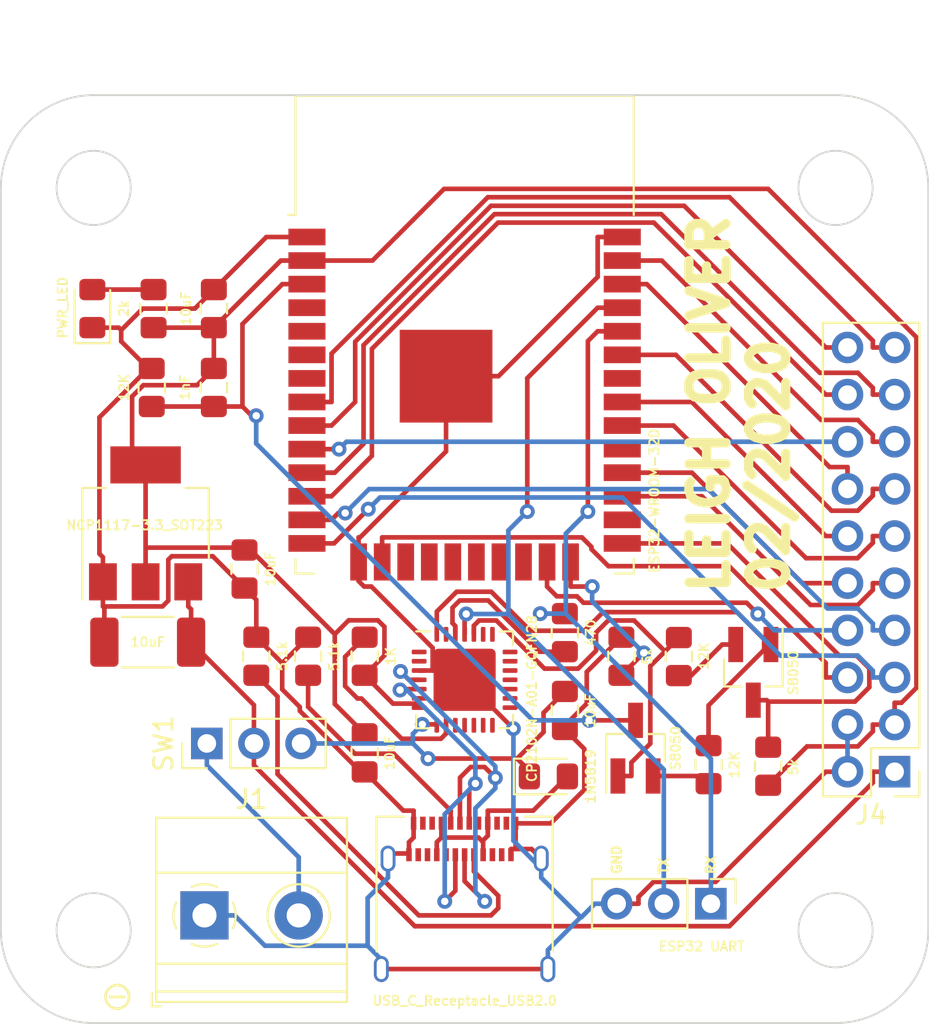
<source format=kicad_pcb>
(kicad_pcb (version 20171130) (host pcbnew 5.1.5-52549c5~84~ubuntu19.04.1)

  (general
    (thickness 1.6)
    (drawings 28)
    (tracks 448)
    (zones 0)
    (modules 28)
    (nets 71)
  )

  (page A4)
  (layers
    (0 F.Cu signal)
    (31 B.Cu signal)
    (32 B.Adhes user)
    (33 F.Adhes user)
    (34 B.Paste user)
    (35 F.Paste user)
    (36 B.SilkS user)
    (37 F.SilkS user)
    (38 B.Mask user)
    (39 F.Mask user)
    (40 Dwgs.User user)
    (41 Cmts.User user)
    (42 Eco1.User user)
    (43 Eco2.User user)
    (44 Edge.Cuts user)
    (45 Margin user hide)
    (46 B.CrtYd user)
    (47 F.CrtYd user)
    (48 B.Fab user)
    (49 F.Fab user hide)
  )

  (setup
    (last_trace_width 0.25)
    (user_trace_width 0.508)
    (trace_clearance 0.2)
    (zone_clearance 0.508)
    (zone_45_only yes)
    (trace_min 0.2)
    (via_size 0.8)
    (via_drill 0.4)
    (via_min_size 0.4)
    (via_min_drill 0.3)
    (user_via 0.45 0.3)
    (uvia_size 0.3)
    (uvia_drill 0.1)
    (uvias_allowed no)
    (uvia_min_size 0.2)
    (uvia_min_drill 0.1)
    (edge_width 0.1)
    (segment_width 0.2)
    (pcb_text_width 0.3)
    (pcb_text_size 1.5 1.5)
    (mod_edge_width 0.15)
    (mod_text_size 1 1)
    (mod_text_width 0.15)
    (pad_size 1.524 1.524)
    (pad_drill 0.762)
    (pad_to_mask_clearance 0)
    (aux_axis_origin 0 0)
    (visible_elements FFFFFF7F)
    (pcbplotparams
      (layerselection 0x010fc_ffffffff)
      (usegerberextensions false)
      (usegerberattributes false)
      (usegerberadvancedattributes false)
      (creategerberjobfile false)
      (excludeedgelayer true)
      (linewidth 0.100000)
      (plotframeref false)
      (viasonmask false)
      (mode 1)
      (useauxorigin false)
      (hpglpennumber 1)
      (hpglpenspeed 20)
      (hpglpendiameter 15.000000)
      (psnegative false)
      (psa4output false)
      (plotreference true)
      (plotvalue true)
      (plotinvisibletext false)
      (padsonsilk false)
      (subtractmaskfromsilk false)
      (outputformat 1)
      (mirror false)
      (drillshape 0)
      (scaleselection 1)
      (outputdirectory "plot/"))
  )

  (net 0 "")
  (net 1 GND)
  (net 2 3.3V)
  (net 3 ESP32_EN)
  (net 4 "Net-(D2-Pad2)")
  (net 5 USB_VBUS)
  (net 6 "Net-(D4-Pad2)")
  (net 7 "Net-(J1-Pad2)")
  (net 8 ESP32_RX)
  (net 9 ESP32_TX)
  (net 10 USB_CC1)
  (net 11 USB_D+)
  (net 12 USB_D-)
  (net 13 USB_CC2)
  (net 14 RTS)
  (net 15 "Net-(Q1-Pad2)")
  (net 16 "Net-(Q2-Pad2)")
  (net 17 ESP32_BOOT)
  (net 18 DTR)
  (net 19 "Net-(R3-Pad1)")
  (net 20 "Net-(R11-Pad1)")
  (net 21 "Net-(R12-Pad2)")
  (net 22 V_IN)
  (net 23 SPI_MISO)
  (net 24 SPI_MOSI)
  (net 25 SPI_CLK)
  (net 26 SPI_CS)
  (net 27 IO16)
  (net 28 IO17)
  (net 29 IO18)
  (net 30 IO19)
  (net 31 IO21)
  (net 32 IO22)
  (net 33 IO23)
  (net 34 IO25)
  (net 35 IO26)
  (net 36 IO27)
  (net 37 IO32)
  (net 38 IO33)
  (net 39 "Net-(J3-PadA8)")
  (net 40 "Net-(J3-PadB8)")
  (net 41 "Net-(U1-Pad4)")
  (net 42 "Net-(U1-Pad5)")
  (net 43 "Net-(U1-Pad6)")
  (net 44 "Net-(U1-Pad7)")
  (net 45 "Net-(U1-Pad17)")
  (net 46 "Net-(U1-Pad18)")
  (net 47 "Net-(U1-Pad19)")
  (net 48 "Net-(U1-Pad20)")
  (net 49 "Net-(U1-Pad21)")
  (net 50 "Net-(U1-Pad22)")
  (net 51 "Net-(U1-Pad26)")
  (net 52 "Net-(U1-Pad29)")
  (net 53 "Net-(U1-Pad32)")
  (net 54 "Net-(U5-Pad1)")
  (net 55 "Net-(U5-Pad2)")
  (net 56 "Net-(U5-Pad10)")
  (net 57 "Net-(U5-Pad11)")
  (net 58 "Net-(U5-Pad12)")
  (net 59 "Net-(U5-Pad13)")
  (net 60 "Net-(U5-Pad14)")
  (net 61 "Net-(U5-Pad15)")
  (net 62 "Net-(U5-Pad16)")
  (net 63 "Net-(U5-Pad17)")
  (net 64 "Net-(U5-Pad18)")
  (net 65 "Net-(U5-Pad19)")
  (net 66 "Net-(U5-Pad20)")
  (net 67 "Net-(U5-Pad21)")
  (net 68 "Net-(U5-Pad22)")
  (net 69 "Net-(U5-Pad23)")
  (net 70 "Net-(U5-Pad27)")

  (net_class Default "This is the default net class."
    (clearance 0.2)
    (trace_width 0.25)
    (via_dia 0.8)
    (via_drill 0.4)
    (uvia_dia 0.3)
    (uvia_drill 0.1)
    (add_net 3.3V)
    (add_net DTR)
    (add_net ESP32_BOOT)
    (add_net ESP32_EN)
    (add_net ESP32_RX)
    (add_net ESP32_TX)
    (add_net GND)
    (add_net IO16)
    (add_net IO17)
    (add_net IO18)
    (add_net IO19)
    (add_net IO21)
    (add_net IO22)
    (add_net IO23)
    (add_net IO25)
    (add_net IO26)
    (add_net IO27)
    (add_net IO32)
    (add_net IO33)
    (add_net "Net-(D2-Pad2)")
    (add_net "Net-(D4-Pad2)")
    (add_net "Net-(J1-Pad2)")
    (add_net "Net-(J3-PadA8)")
    (add_net "Net-(J3-PadB8)")
    (add_net "Net-(Q1-Pad2)")
    (add_net "Net-(Q2-Pad2)")
    (add_net "Net-(R11-Pad1)")
    (add_net "Net-(R12-Pad2)")
    (add_net "Net-(R3-Pad1)")
    (add_net "Net-(U1-Pad17)")
    (add_net "Net-(U1-Pad18)")
    (add_net "Net-(U1-Pad19)")
    (add_net "Net-(U1-Pad20)")
    (add_net "Net-(U1-Pad21)")
    (add_net "Net-(U1-Pad22)")
    (add_net "Net-(U1-Pad26)")
    (add_net "Net-(U1-Pad29)")
    (add_net "Net-(U1-Pad32)")
    (add_net "Net-(U1-Pad4)")
    (add_net "Net-(U1-Pad5)")
    (add_net "Net-(U1-Pad6)")
    (add_net "Net-(U1-Pad7)")
    (add_net "Net-(U5-Pad1)")
    (add_net "Net-(U5-Pad10)")
    (add_net "Net-(U5-Pad11)")
    (add_net "Net-(U5-Pad12)")
    (add_net "Net-(U5-Pad13)")
    (add_net "Net-(U5-Pad14)")
    (add_net "Net-(U5-Pad15)")
    (add_net "Net-(U5-Pad16)")
    (add_net "Net-(U5-Pad17)")
    (add_net "Net-(U5-Pad18)")
    (add_net "Net-(U5-Pad19)")
    (add_net "Net-(U5-Pad2)")
    (add_net "Net-(U5-Pad20)")
    (add_net "Net-(U5-Pad21)")
    (add_net "Net-(U5-Pad22)")
    (add_net "Net-(U5-Pad23)")
    (add_net "Net-(U5-Pad27)")
    (add_net RTS)
    (add_net SPI_CLK)
    (add_net SPI_CS)
    (add_net SPI_MISO)
    (add_net SPI_MOSI)
    (add_net USB_CC1)
    (add_net USB_CC2)
    (add_net USB_D+)
    (add_net USB_D-)
    (add_net USB_VBUS)
    (add_net V_IN)
  )

  (module Capacitor_SMD:C_2010_5025Metric_Pad1.52x2.65mm_HandSolder (layer F.Cu) (tedit 5B301BBE) (tstamp 5E560B41)
    (at 177.916 101.476 180)
    (descr "Capacitor SMD 2010 (5025 Metric), square (rectangular) end terminal, IPC_7351 nominal with elongated pad for handsoldering. (Body size source: http://www.tortai-tech.com/upload/download/2011102023233369053.pdf), generated with kicad-footprint-generator")
    (tags "capacitor handsolder")
    (path /5E4E29F0)
    (attr smd)
    (fp_text reference C1 (at 2.5 -6.25) (layer F.SilkS) hide
      (effects (font (size 0.5 0.5) (thickness 0.1)))
    )
    (fp_text value 10uF (at 0 0) (layer F.SilkS)
      (effects (font (size 0.5 0.5) (thickness 0.1)))
    )
    (fp_text user %R (at 2.5 0) (layer F.SilkS) hide
      (effects (font (size 0.5 0.5) (thickness 0.1)))
    )
    (fp_line (start 3.35 1.58) (end -3.35 1.58) (layer F.CrtYd) (width 0.05))
    (fp_line (start 3.35 -1.58) (end 3.35 1.58) (layer F.CrtYd) (width 0.05))
    (fp_line (start -3.35 -1.58) (end 3.35 -1.58) (layer F.CrtYd) (width 0.05))
    (fp_line (start -3.35 1.58) (end -3.35 -1.58) (layer F.CrtYd) (width 0.05))
    (fp_line (start -1.402064 1.36) (end 1.402064 1.36) (layer F.SilkS) (width 0.12))
    (fp_line (start -1.402064 -1.36) (end 1.402064 -1.36) (layer F.SilkS) (width 0.12))
    (fp_line (start 2.5 1.25) (end -2.5 1.25) (layer F.Fab) (width 0.1))
    (fp_line (start 2.5 -1.25) (end 2.5 1.25) (layer F.Fab) (width 0.1))
    (fp_line (start -2.5 -1.25) (end 2.5 -1.25) (layer F.Fab) (width 0.1))
    (fp_line (start -2.5 1.25) (end -2.5 -1.25) (layer F.Fab) (width 0.1))
    (pad 2 smd roundrect (at 2.3375 0 180) (size 1.525 2.65) (layers F.Cu F.Paste F.Mask) (roundrect_rratio 0.163934)
      (net 1 GND))
    (pad 1 smd roundrect (at -2.3375 0 180) (size 1.525 2.65) (layers F.Cu F.Paste F.Mask) (roundrect_rratio 0.163934)
      (net 22 V_IN))
    (model ${KISYS3DMOD}/Capacitor_SMD.3dshapes/C_2010_5025Metric.wrl
      (at (xyz 0 0 0))
      (scale (xyz 1 1 1))
      (rotate (xyz 0 0 0))
    )
  )

  (module Diode_SMD:D_0805_2012Metric_Pad1.15x1.40mm_HandSolder placed (layer F.Cu) (tedit 5B4B45C8) (tstamp 5E562228)
    (at 199.517 108.712)
    (descr "Diode SMD 0805 (2012 Metric), square (rectangular) end terminal, IPC_7351 nominal, (Body size source: https://docs.google.com/spreadsheets/d/1BsfQQcO9C6DZCsRaXUlFlo91Tg2WpOkGARC1WS5S8t0/edit?usp=sharing), generated with kicad-footprint-generator")
    (tags "diode handsolder")
    (path /5E5B490D)
    (attr smd)
    (fp_text reference D4 (at 0.025 1.5) (layer F.SilkS) hide
      (effects (font (size 0.5 0.5) (thickness 0.1)))
    )
    (fp_text value 1N5819 (at 2.286 0 90) (layer F.SilkS)
      (effects (font (size 0.5 0.5) (thickness 0.1)))
    )
    (fp_text user %R (at 5.47 0) (layer F.SilkS) hide
      (effects (font (size 0.5 0.5) (thickness 0.1)))
    )
    (fp_line (start 1.85 0.95) (end -1.85 0.95) (layer F.CrtYd) (width 0.05))
    (fp_line (start 1.85 -0.95) (end 1.85 0.95) (layer F.CrtYd) (width 0.05))
    (fp_line (start -1.85 -0.95) (end 1.85 -0.95) (layer F.CrtYd) (width 0.05))
    (fp_line (start -1.85 0.95) (end -1.85 -0.95) (layer F.CrtYd) (width 0.05))
    (fp_line (start -1.86 0.96) (end 1 0.96) (layer F.SilkS) (width 0.12))
    (fp_line (start -1.86 -0.96) (end -1.86 0.96) (layer F.SilkS) (width 0.12))
    (fp_line (start 1 -0.96) (end -1.86 -0.96) (layer F.SilkS) (width 0.12))
    (fp_line (start 1 0.6) (end 1 -0.6) (layer F.Fab) (width 0.1))
    (fp_line (start -1 0.6) (end 1 0.6) (layer F.Fab) (width 0.1))
    (fp_line (start -1 -0.3) (end -1 0.6) (layer F.Fab) (width 0.1))
    (fp_line (start -0.7 -0.6) (end -1 -0.3) (layer F.Fab) (width 0.1))
    (fp_line (start 1 -0.6) (end -0.7 -0.6) (layer F.Fab) (width 0.1))
    (fp_text user K (at 0 0 -270) (layer F.SilkS) hide
      (effects (font (size 1 1) (thickness 0.15)))
    )
    (pad 2 smd roundrect (at 1.025 0) (size 1.15 1.4) (layers F.Cu F.Paste F.Mask) (roundrect_rratio 0.217391)
      (net 6 "Net-(D4-Pad2)"))
    (pad 1 smd roundrect (at -1.025 0) (size 1.15 1.4) (layers F.Cu F.Paste F.Mask) (roundrect_rratio 0.217391)
      (net 5 USB_VBUS))
    (model ${KISYS3DMOD}/Diode_SMD.3dshapes/D_0805_2012Metric.wrl
      (at (xyz 0 0 0))
      (scale (xyz 1 1 1))
      (rotate (xyz 0 0 0))
    )
  )

  (module Connector_USB:USB_C_Receptacle_Amphenol_12401610E4-2A locked placed (layer F.Cu) (tedit 5E51F215) (tstamp 5E51F57F)
    (at 195 116.25)
    (descr "USB TYPE C, RA RCPT PCB, SMT, https://www.amphenolcanada.com/StockAvailabilityPrice.aspx?From=&PartNum=12401610E4%7e2A")
    (tags "USB C Type-C Receptacle SMD")
    (path /5E53E2D6)
    (attr smd)
    (fp_text reference J3 (at 0 -6.36) (layer F.SilkS) hide
      (effects (font (size 0.5 0.5) (thickness 0.1)))
    )
    (fp_text value USB_C_Receptacle_USB2.0 (at 0 4.55) (layer F.SilkS)
      (effects (font (size 0.5 0.5) (thickness 0.1)))
    )
    (fp_text user %R (at 0 0) (layer F.SilkS) hide
      (effects (font (size 0.5 0.5) (thickness 0.1)))
    )
    (fp_line (start -5.39 5.73) (end -5.39 -5.87) (layer F.CrtYd) (width 0.05))
    (fp_line (start 5.39 5.73) (end -5.39 5.73) (layer F.CrtYd) (width 0.05))
    (fp_line (start 5.39 -5.87) (end 5.39 5.73) (layer F.CrtYd) (width 0.05))
    (fp_line (start -5.39 -5.87) (end 5.39 -5.87) (layer F.CrtYd) (width 0.05))
    (fp_line (start 4.6 5.23) (end 4.6 -5.22) (layer F.Fab) (width 0.1))
    (fp_line (start -4.6 5.23) (end 4.6 5.23) (layer F.Fab) (width 0.1))
    (fp_line (start 3.25 -5.37) (end 4.75 -5.37) (layer F.SilkS) (width 0.12))
    (fp_line (start 4.75 -5.37) (end 4.75 1.89) (layer F.SilkS) (width 0.12))
    (fp_line (start -4.75 -5.37) (end -4.75 1.89) (layer F.SilkS) (width 0.12))
    (fp_line (start -4.75 -5.37) (end -3.25 -5.37) (layer F.SilkS) (width 0.12))
    (fp_line (start -4.6 -5.22) (end 4.6 -5.22) (layer F.Fab) (width 0.1))
    (fp_line (start -4.6 5.23) (end -4.6 -5.22) (layer F.Fab) (width 0.1))
    (pad S1 thru_hole oval (at -4.13 -3.11) (size 0.8 1.4) (drill oval 0.5 1.1) (layers *.Cu *.Mask)
      (net 1 GND))
    (pad A1 smd rect (at -2.75 -5.02) (size 0.3 0.7) (layers F.Cu F.Paste F.Mask)
      (net 1 GND))
    (pad A2 smd rect (at -2.25 -5.02) (size 0.3 0.7) (layers F.Cu F.Paste F.Mask))
    (pad A3 smd rect (at -1.75 -5.02) (size 0.3 0.7) (layers F.Cu F.Paste F.Mask))
    (pad A4 smd rect (at -1.25 -5.02) (size 0.3 0.7) (layers F.Cu F.Paste F.Mask)
      (net 6 "Net-(D4-Pad2)"))
    (pad A5 smd rect (at -0.75 -5.02) (size 0.3 0.7) (layers F.Cu F.Paste F.Mask)
      (net 10 USB_CC1))
    (pad A6 smd rect (at -0.25 -5.02) (size 0.3 0.7) (layers F.Cu F.Paste F.Mask)
      (net 11 USB_D+))
    (pad A7 smd rect (at 0.25 -5.02) (size 0.3 0.7) (layers F.Cu F.Paste F.Mask)
      (net 12 USB_D-))
    (pad A12 smd rect (at 2.75 -5.02) (size 0.3 0.7) (layers F.Cu F.Paste F.Mask)
      (net 1 GND))
    (pad A10 smd rect (at 1.75 -5.02) (size 0.3 0.7) (layers F.Cu F.Paste F.Mask))
    (pad A9 smd rect (at 1.25 -5.02) (size 0.3 0.7) (layers F.Cu F.Paste F.Mask)
      (net 6 "Net-(D4-Pad2)"))
    (pad A8 smd rect (at 0.75 -5.02) (size 0.3 0.7) (layers F.Cu F.Paste F.Mask)
      (net 39 "Net-(J3-PadA8)"))
    (pad A11 smd rect (at 2.25 -5.02) (size 0.3 0.7) (layers F.Cu F.Paste F.Mask))
    (pad B1 smd rect (at 2.5 -3.32) (size 0.3 0.7) (layers F.Cu F.Paste F.Mask)
      (net 1 GND))
    (pad S1 thru_hole oval (at 4.13 -3.11) (size 0.8 1.4) (drill oval 0.5 1.1) (layers *.Cu *.Mask)
      (net 1 GND))
    (pad S1 thru_hole oval (at 4.49 2.84) (size 0.8 1.4) (drill oval 0.5 1.1) (layers *.Cu *.Mask)
      (net 1 GND))
    (pad S1 thru_hole oval (at -4.49 2.84) (size 0.8 1.4) (drill oval 0.5 1.1) (layers *.Cu *.Mask)
      (net 1 GND))
    (pad "" np_thru_hole oval (at 3.6 -4.36) (size 0.95 0.65) (drill oval 0.95 0.65) (layers *.Cu *.Mask))
    (pad "" np_thru_hole circle (at -3.6 -4.36) (size 0.65 0.65) (drill 0.65) (layers *.Cu *.Mask))
    (pad B2 smd rect (at 2 -3.32) (size 0.3 0.7) (layers F.Cu F.Paste F.Mask))
    (pad B3 smd rect (at 1.5 -3.32) (size 0.3 0.7) (layers F.Cu F.Paste F.Mask))
    (pad B4 smd rect (at 1 -3.32) (size 0.3 0.7) (layers F.Cu F.Paste F.Mask)
      (net 6 "Net-(D4-Pad2)"))
    (pad B5 smd rect (at 0.5 -3.32) (size 0.3 0.7) (layers F.Cu F.Paste F.Mask)
      (net 13 USB_CC2))
    (pad B6 smd rect (at 0 -3.32) (size 0.3 0.7) (layers F.Cu F.Paste F.Mask)
      (net 11 USB_D+))
    (pad B7 smd rect (at -0.5 -3.32) (size 0.3 0.7) (layers F.Cu F.Paste F.Mask)
      (net 12 USB_D-))
    (pad B8 smd rect (at -1 -3.32) (size 0.3 0.7) (layers F.Cu F.Paste F.Mask)
      (net 40 "Net-(J3-PadB8)"))
    (pad B9 smd rect (at -1.5 -3.32) (size 0.3 0.7) (layers F.Cu F.Paste F.Mask)
      (net 6 "Net-(D4-Pad2)"))
    (pad B10 smd rect (at -2 -3.32) (size 0.3 0.7) (layers F.Cu F.Paste F.Mask))
    (pad B11 smd rect (at -2.5 -3.32) (size 0.3 0.7) (layers F.Cu F.Paste F.Mask))
    (pad B12 smd rect (at -3 -3.32) (size 0.3 0.7) (layers F.Cu F.Paste F.Mask)
      (net 1 GND))
    (model ${KISYS3DMOD}/Connector_USB.3dshapes/USB_C_Receptacle_Amphenol_12401610E4-2A.wrl
      (at (xyz 0 0 0))
      (scale (xyz 1 1 1))
      (rotate (xyz 0 0 0))
    )
    (model ${KIPRJMOD}/3d_models/12401610E4#2A--3DModel-STEP-56544.STEP
      (offset (xyz 0 -5.25 1.5))
      (scale (xyz 1 1 1))
      (rotate (xyz -90 0 0))
    )
  )

  (module Capacitor_SMD:C_0805_2012Metric_Pad1.15x1.40mm_HandSolder placed (layer F.Cu) (tedit 5B36C52B) (tstamp 5E50D52A)
    (at 183.134 97.536 270)
    (descr "Capacitor SMD 0805 (2012 Metric), square (rectangular) end terminal, IPC_7351 nominal with elongated pad for handsoldering. (Body size source: https://docs.google.com/spreadsheets/d/1BsfQQcO9C6DZCsRaXUlFlo91Tg2WpOkGARC1WS5S8t0/edit?usp=sharing), generated with kicad-footprint-generator")
    (tags "capacitor handsolder")
    (path /5E3AE258)
    (attr smd)
    (fp_text reference C2 (at 0 0 90) (layer F.SilkS) hide
      (effects (font (size 0.5 0.5) (thickness 0.1)))
    )
    (fp_text value 10uF (at 0 -1.397 90) (layer F.SilkS)
      (effects (font (size 0.5 0.5) (thickness 0.1)))
    )
    (fp_line (start -1 0.6) (end -1 -0.6) (layer F.Fab) (width 0.1))
    (fp_line (start -1 -0.6) (end 1 -0.6) (layer F.Fab) (width 0.1))
    (fp_line (start 1 -0.6) (end 1 0.6) (layer F.Fab) (width 0.1))
    (fp_line (start 1 0.6) (end -1 0.6) (layer F.Fab) (width 0.1))
    (fp_line (start -0.261252 -0.71) (end 0.261252 -0.71) (layer F.SilkS) (width 0.12))
    (fp_line (start -0.261252 0.71) (end 0.261252 0.71) (layer F.SilkS) (width 0.12))
    (fp_line (start -1.85 0.95) (end -1.85 -0.95) (layer F.CrtYd) (width 0.05))
    (fp_line (start -1.85 -0.95) (end 1.85 -0.95) (layer F.CrtYd) (width 0.05))
    (fp_line (start 1.85 -0.95) (end 1.85 0.95) (layer F.CrtYd) (width 0.05))
    (fp_line (start 1.85 0.95) (end -1.85 0.95) (layer F.CrtYd) (width 0.05))
    (fp_text user %R (at 0 0 90) (layer F.SilkS) hide
      (effects (font (size 0.5 0.5) (thickness 0.1)))
    )
    (pad 1 smd roundrect (at -1.025 0 270) (size 1.15 1.4) (layers F.Cu F.Paste F.Mask) (roundrect_rratio 0.217391)
      (net 2 3.3V))
    (pad 2 smd roundrect (at 1.025 0 270) (size 1.15 1.4) (layers F.Cu F.Paste F.Mask) (roundrect_rratio 0.217391)
      (net 1 GND))
    (model ${KISYS3DMOD}/Capacitor_SMD.3dshapes/C_0805_2012Metric.wrl
      (at (xyz 0 0 0))
      (scale (xyz 1 1 1))
      (rotate (xyz 0 0 0))
    )
  )

  (module RF_Module:ESP32-WROOM-32 locked placed (layer F.Cu) (tedit 5B5B4654) (tstamp 5E53C787)
    (at 195 87.9)
    (descr "Single 2.4 GHz Wi-Fi and Bluetooth combo chip https://www.espressif.com/sites/default/files/documentation/esp32-wroom-32_datasheet_en.pdf")
    (tags "Single 2.4 GHz Wi-Fi and Bluetooth combo  chip")
    (path /5E395DE5)
    (attr smd)
    (fp_text reference U1 (at -10.61 8.43 90) (layer F.SilkS) hide
      (effects (font (size 0.5 0.5) (thickness 0.1)))
    )
    (fp_text value ESP32-WROOM-32D (at 10.232 5.953 90) (layer F.SilkS)
      (effects (font (size 0.5 0.5) (thickness 0.1)))
    )
    (fp_text user %R (at 0 0) (layer F.SilkS) hide
      (effects (font (size 0.5 0.5) (thickness 0.1)))
    )
    (fp_text user "KEEP-OUT ZONE" (at 0 -19) (layer Cmts.User)
      (effects (font (size 1 1) (thickness 0.15)))
    )
    (fp_text user Antenna (at 0 -13) (layer Cmts.User)
      (effects (font (size 1 1) (thickness 0.15)))
    )
    (fp_text user "5 mm" (at 11.8 -14.375) (layer Cmts.User)
      (effects (font (size 0.5 0.5) (thickness 0.1)))
    )
    (fp_text user "5 mm" (at -11.2 -14.375) (layer Cmts.User)
      (effects (font (size 0.5 0.5) (thickness 0.1)))
    )
    (fp_text user "5 mm" (at 7.8 -19.075 90) (layer Cmts.User)
      (effects (font (size 0.5 0.5) (thickness 0.1)))
    )
    (fp_line (start -14 -9.97) (end -14 -20.75) (layer Dwgs.User) (width 0.1))
    (fp_line (start 9 9.76) (end 9 -15.745) (layer F.Fab) (width 0.1))
    (fp_line (start -9 9.76) (end 9 9.76) (layer F.Fab) (width 0.1))
    (fp_line (start -9 -15.745) (end -9 -10.02) (layer F.Fab) (width 0.1))
    (fp_line (start -9 -15.745) (end 9 -15.745) (layer F.Fab) (width 0.1))
    (fp_line (start -9.75 10.5) (end -9.75 -9.72) (layer F.CrtYd) (width 0.05))
    (fp_line (start -9.75 10.5) (end 9.75 10.5) (layer F.CrtYd) (width 0.05))
    (fp_line (start 9.75 -9.72) (end 9.75 10.5) (layer F.CrtYd) (width 0.05))
    (fp_line (start -14.25 -21) (end 14.25 -21) (layer F.CrtYd) (width 0.05))
    (fp_line (start -9 -9.02) (end -9 9.76) (layer F.Fab) (width 0.1))
    (fp_line (start -8.5 -9.52) (end -9 -10.02) (layer F.Fab) (width 0.1))
    (fp_line (start -9 -9.02) (end -8.5 -9.52) (layer F.Fab) (width 0.1))
    (fp_line (start 14 -9.97) (end -14 -9.97) (layer Dwgs.User) (width 0.1))
    (fp_line (start 14 -9.97) (end 14 -20.75) (layer Dwgs.User) (width 0.1))
    (fp_line (start 14 -20.75) (end -14 -20.75) (layer Dwgs.User) (width 0.1))
    (fp_line (start -14.25 -21) (end -14.25 -9.72) (layer F.CrtYd) (width 0.05))
    (fp_line (start 14.25 -21) (end 14.25 -9.72) (layer F.CrtYd) (width 0.05))
    (fp_line (start -14.25 -9.72) (end -9.75 -9.72) (layer F.CrtYd) (width 0.05))
    (fp_line (start 9.75 -9.72) (end 14.25 -9.72) (layer F.CrtYd) (width 0.05))
    (fp_line (start -12.525 -20.75) (end -14 -19.66) (layer Dwgs.User) (width 0.1))
    (fp_line (start -10.525 -20.75) (end -14 -18.045) (layer Dwgs.User) (width 0.1))
    (fp_line (start -8.525 -20.75) (end -14 -16.43) (layer Dwgs.User) (width 0.1))
    (fp_line (start -6.525 -20.75) (end -14 -14.815) (layer Dwgs.User) (width 0.1))
    (fp_line (start -4.525 -20.75) (end -14 -13.2) (layer Dwgs.User) (width 0.1))
    (fp_line (start -2.525 -20.75) (end -14 -11.585) (layer Dwgs.User) (width 0.1))
    (fp_line (start -0.525 -20.75) (end -14 -9.97) (layer Dwgs.User) (width 0.1))
    (fp_line (start 1.475 -20.75) (end -12 -9.97) (layer Dwgs.User) (width 0.1))
    (fp_line (start 3.475 -20.75) (end -10 -9.97) (layer Dwgs.User) (width 0.1))
    (fp_line (start -8 -9.97) (end 5.475 -20.75) (layer Dwgs.User) (width 0.1))
    (fp_line (start 7.475 -20.75) (end -6 -9.97) (layer Dwgs.User) (width 0.1))
    (fp_line (start 9.475 -20.75) (end -4 -9.97) (layer Dwgs.User) (width 0.1))
    (fp_line (start 11.475 -20.75) (end -2 -9.97) (layer Dwgs.User) (width 0.1))
    (fp_line (start 13.475 -20.75) (end 0 -9.97) (layer Dwgs.User) (width 0.1))
    (fp_line (start 14 -19.66) (end 2 -9.97) (layer Dwgs.User) (width 0.1))
    (fp_line (start 14 -18.045) (end 4 -9.97) (layer Dwgs.User) (width 0.1))
    (fp_line (start 14 -16.43) (end 6 -9.97) (layer Dwgs.User) (width 0.1))
    (fp_line (start 14 -14.815) (end 8 -9.97) (layer Dwgs.User) (width 0.1))
    (fp_line (start 14 -13.2) (end 10 -9.97) (layer Dwgs.User) (width 0.1))
    (fp_line (start 14 -11.585) (end 12 -9.97) (layer Dwgs.User) (width 0.1))
    (fp_line (start 9.2 -13.875) (end 13.8 -13.875) (layer Cmts.User) (width 0.1))
    (fp_line (start 13.8 -13.875) (end 13.6 -14.075) (layer Cmts.User) (width 0.1))
    (fp_line (start 13.8 -13.875) (end 13.6 -13.675) (layer Cmts.User) (width 0.1))
    (fp_line (start 9.2 -13.875) (end 9.4 -14.075) (layer Cmts.User) (width 0.1))
    (fp_line (start 9.2 -13.875) (end 9.4 -13.675) (layer Cmts.User) (width 0.1))
    (fp_line (start -13.8 -13.875) (end -13.6 -14.075) (layer Cmts.User) (width 0.1))
    (fp_line (start -13.8 -13.875) (end -13.6 -13.675) (layer Cmts.User) (width 0.1))
    (fp_line (start -9.2 -13.875) (end -9.4 -13.675) (layer Cmts.User) (width 0.1))
    (fp_line (start -13.8 -13.875) (end -9.2 -13.875) (layer Cmts.User) (width 0.1))
    (fp_line (start -9.2 -13.875) (end -9.4 -14.075) (layer Cmts.User) (width 0.1))
    (fp_line (start 8.4 -16) (end 8.2 -16.2) (layer Cmts.User) (width 0.1))
    (fp_line (start 8.4 -16) (end 8.6 -16.2) (layer Cmts.User) (width 0.1))
    (fp_line (start 8.4 -20.6) (end 8.6 -20.4) (layer Cmts.User) (width 0.1))
    (fp_line (start 8.4 -16) (end 8.4 -20.6) (layer Cmts.User) (width 0.1))
    (fp_line (start 8.4 -20.6) (end 8.2 -20.4) (layer Cmts.User) (width 0.1))
    (fp_line (start -9.12 9.1) (end -9.12 9.88) (layer F.SilkS) (width 0.12))
    (fp_line (start -9.12 9.88) (end -8.12 9.88) (layer F.SilkS) (width 0.12))
    (fp_line (start 9.12 9.1) (end 9.12 9.88) (layer F.SilkS) (width 0.12))
    (fp_line (start 9.12 9.88) (end 8.12 9.88) (layer F.SilkS) (width 0.12))
    (fp_line (start -9.12 -15.865) (end 9.12 -15.865) (layer F.SilkS) (width 0.12))
    (fp_line (start 9.12 -15.865) (end 9.12 -9.445) (layer F.SilkS) (width 0.12))
    (fp_line (start -9.12 -15.865) (end -9.12 -9.445) (layer F.SilkS) (width 0.12))
    (fp_line (start -9.12 -9.445) (end -9.5 -9.445) (layer F.SilkS) (width 0.12))
    (pad 39 smd rect (at -1 -0.755) (size 5 5) (layers F.Cu F.Paste F.Mask)
      (net 1 GND))
    (pad 1 smd rect (at -8.5 -8.255) (size 2 0.9) (layers F.Cu F.Paste F.Mask)
      (net 1 GND))
    (pad 2 smd rect (at -8.5 -6.985) (size 2 0.9) (layers F.Cu F.Paste F.Mask)
      (net 2 3.3V))
    (pad 3 smd rect (at -8.5 -5.715) (size 2 0.9) (layers F.Cu F.Paste F.Mask)
      (net 3 ESP32_EN))
    (pad 4 smd rect (at -8.5 -4.445) (size 2 0.9) (layers F.Cu F.Paste F.Mask)
      (net 41 "Net-(U1-Pad4)"))
    (pad 5 smd rect (at -8.5 -3.175) (size 2 0.9) (layers F.Cu F.Paste F.Mask)
      (net 42 "Net-(U1-Pad5)"))
    (pad 6 smd rect (at -8.5 -1.905) (size 2 0.9) (layers F.Cu F.Paste F.Mask)
      (net 43 "Net-(U1-Pad6)"))
    (pad 7 smd rect (at -8.5 -0.635) (size 2 0.9) (layers F.Cu F.Paste F.Mask)
      (net 44 "Net-(U1-Pad7)"))
    (pad 8 smd rect (at -8.5 0.635) (size 2 0.9) (layers F.Cu F.Paste F.Mask)
      (net 37 IO32))
    (pad 9 smd rect (at -8.5 1.905) (size 2 0.9) (layers F.Cu F.Paste F.Mask)
      (net 38 IO33))
    (pad 10 smd rect (at -8.5 3.175) (size 2 0.9) (layers F.Cu F.Paste F.Mask)
      (net 34 IO25))
    (pad 11 smd rect (at -8.5 4.445) (size 2 0.9) (layers F.Cu F.Paste F.Mask)
      (net 35 IO26))
    (pad 12 smd rect (at -8.5 5.715) (size 2 0.9) (layers F.Cu F.Paste F.Mask)
      (net 36 IO27))
    (pad 13 smd rect (at -8.5 6.985) (size 2 0.9) (layers F.Cu F.Paste F.Mask)
      (net 25 SPI_CLK))
    (pad 14 smd rect (at -8.5 8.255) (size 2 0.9) (layers F.Cu F.Paste F.Mask)
      (net 23 SPI_MISO))
    (pad 15 smd rect (at -5.715 9.255 90) (size 2 0.9) (layers F.Cu F.Paste F.Mask)
      (net 1 GND))
    (pad 16 smd rect (at -4.445 9.255 90) (size 2 0.9) (layers F.Cu F.Paste F.Mask)
      (net 24 SPI_MOSI))
    (pad 17 smd rect (at -3.175 9.255 90) (size 2 0.9) (layers F.Cu F.Paste F.Mask)
      (net 45 "Net-(U1-Pad17)"))
    (pad 18 smd rect (at -1.905 9.255 90) (size 2 0.9) (layers F.Cu F.Paste F.Mask)
      (net 46 "Net-(U1-Pad18)"))
    (pad 19 smd rect (at -0.635 9.255 90) (size 2 0.9) (layers F.Cu F.Paste F.Mask)
      (net 47 "Net-(U1-Pad19)"))
    (pad 20 smd rect (at 0.635 9.255 90) (size 2 0.9) (layers F.Cu F.Paste F.Mask)
      (net 48 "Net-(U1-Pad20)"))
    (pad 21 smd rect (at 1.905 9.255 90) (size 2 0.9) (layers F.Cu F.Paste F.Mask)
      (net 49 "Net-(U1-Pad21)"))
    (pad 22 smd rect (at 3.175 9.255 90) (size 2 0.9) (layers F.Cu F.Paste F.Mask)
      (net 50 "Net-(U1-Pad22)"))
    (pad 23 smd rect (at 4.445 9.255 90) (size 2 0.9) (layers F.Cu F.Paste F.Mask)
      (net 26 SPI_CS))
    (pad 24 smd rect (at 5.715 9.255 90) (size 2 0.9) (layers F.Cu F.Paste F.Mask)
      (net 19 "Net-(R3-Pad1)"))
    (pad 25 smd rect (at 8.5 8.255) (size 2 0.9) (layers F.Cu F.Paste F.Mask)
      (net 17 ESP32_BOOT))
    (pad 26 smd rect (at 8.5 6.985) (size 2 0.9) (layers F.Cu F.Paste F.Mask)
      (net 51 "Net-(U1-Pad26)"))
    (pad 27 smd rect (at 8.5 5.715) (size 2 0.9) (layers F.Cu F.Paste F.Mask)
      (net 27 IO16))
    (pad 28 smd rect (at 8.5 4.445) (size 2 0.9) (layers F.Cu F.Paste F.Mask)
      (net 28 IO17))
    (pad 29 smd rect (at 8.5 3.175) (size 2 0.9) (layers F.Cu F.Paste F.Mask)
      (net 52 "Net-(U1-Pad29)"))
    (pad 30 smd rect (at 8.5 1.905) (size 2 0.9) (layers F.Cu F.Paste F.Mask)
      (net 29 IO18))
    (pad 31 smd rect (at 8.5 0.635) (size 2 0.9) (layers F.Cu F.Paste F.Mask)
      (net 30 IO19))
    (pad 32 smd rect (at 8.5 -0.635) (size 2 0.9) (layers F.Cu F.Paste F.Mask)
      (net 53 "Net-(U1-Pad32)"))
    (pad 33 smd rect (at 8.5 -1.905) (size 2 0.9) (layers F.Cu F.Paste F.Mask)
      (net 31 IO21))
    (pad 34 smd rect (at 8.5 -3.175) (size 2 0.9) (layers F.Cu F.Paste F.Mask)
      (net 8 ESP32_RX))
    (pad 35 smd rect (at 8.5 -4.445) (size 2 0.9) (layers F.Cu F.Paste F.Mask)
      (net 9 ESP32_TX))
    (pad 36 smd rect (at 8.5 -5.715) (size 2 0.9) (layers F.Cu F.Paste F.Mask)
      (net 32 IO22))
    (pad 37 smd rect (at 8.5 -6.985) (size 2 0.9) (layers F.Cu F.Paste F.Mask)
      (net 33 IO23))
    (pad 38 smd rect (at 8.5 -8.255) (size 2 0.9) (layers F.Cu F.Paste F.Mask)
      (net 1 GND))
    (model ${KISYS3DMOD}/RF_Module.3dshapes/ESP32-WROOM-32.wrl
      (at (xyz 0 0 0))
      (scale (xyz 1 1 1))
      (rotate (xyz 0 0 0))
    )
  )

  (module Package_DFN_QFN:QFN-28-1EP_5x5mm_P0.5mm_EP3.35x3.35mm placed (layer F.Cu) (tedit 5C1FD453) (tstamp 5E51F3F0)
    (at 195 103.505)
    (descr "QFN, 28 Pin (http://ww1.microchip.com/downloads/en/PackagingSpec/00000049BQ.pdf#page=283), generated with kicad-footprint-generator ipc_dfn_qfn_generator.py")
    (tags "QFN DFN_QFN")
    (path /5E52271F)
    (attr smd)
    (fp_text reference U5 (at 0 -3.8) (layer F.SilkS) hide
      (effects (font (size 0.5 0.5) (thickness 0.1)))
    )
    (fp_text value CP2102N-A01-GQFN28 (at 3.628 1.016 270) (layer F.SilkS)
      (effects (font (size 0.5 0.5) (thickness 0.1)))
    )
    (fp_line (start 1.885 -2.61) (end 2.61 -2.61) (layer F.SilkS) (width 0.12))
    (fp_line (start 2.61 -2.61) (end 2.61 -1.885) (layer F.SilkS) (width 0.12))
    (fp_line (start -1.885 2.61) (end -2.61 2.61) (layer F.SilkS) (width 0.12))
    (fp_line (start -2.61 2.61) (end -2.61 1.885) (layer F.SilkS) (width 0.12))
    (fp_line (start 1.885 2.61) (end 2.61 2.61) (layer F.SilkS) (width 0.12))
    (fp_line (start 2.61 2.61) (end 2.61 1.885) (layer F.SilkS) (width 0.12))
    (fp_line (start -1.885 -2.61) (end -2.61 -2.61) (layer F.SilkS) (width 0.12))
    (fp_line (start -1.5 -2.5) (end 2.5 -2.5) (layer F.Fab) (width 0.1))
    (fp_line (start 2.5 -2.5) (end 2.5 2.5) (layer F.Fab) (width 0.1))
    (fp_line (start 2.5 2.5) (end -2.5 2.5) (layer F.Fab) (width 0.1))
    (fp_line (start -2.5 2.5) (end -2.5 -1.5) (layer F.Fab) (width 0.1))
    (fp_line (start -2.5 -1.5) (end -1.5 -2.5) (layer F.Fab) (width 0.1))
    (fp_line (start -3.1 -3.1) (end -3.1 3.1) (layer F.CrtYd) (width 0.05))
    (fp_line (start -3.1 3.1) (end 3.1 3.1) (layer F.CrtYd) (width 0.05))
    (fp_line (start 3.1 3.1) (end 3.1 -3.1) (layer F.CrtYd) (width 0.05))
    (fp_line (start 3.1 -3.1) (end -3.1 -3.1) (layer F.CrtYd) (width 0.05))
    (fp_text user %R (at 0 0) (layer F.SilkS) hide
      (effects (font (size 0.5 0.5) (thickness 0.1)))
    )
    (pad 29 smd roundrect (at 0 0) (size 3.35 3.35) (layers F.Cu F.Mask) (roundrect_rratio 0.074627)
      (net 1 GND))
    (pad "" smd roundrect (at -1.12 -1.12) (size 0.9 0.9) (layers F.Paste) (roundrect_rratio 0.25))
    (pad "" smd roundrect (at -1.12 0) (size 0.9 0.9) (layers F.Paste) (roundrect_rratio 0.25))
    (pad "" smd roundrect (at -1.12 1.12) (size 0.9 0.9) (layers F.Paste) (roundrect_rratio 0.25))
    (pad "" smd roundrect (at 0 -1.12) (size 0.9 0.9) (layers F.Paste) (roundrect_rratio 0.25))
    (pad "" smd roundrect (at 0 0) (size 0.9 0.9) (layers F.Paste) (roundrect_rratio 0.25))
    (pad "" smd roundrect (at 0 1.12) (size 0.9 0.9) (layers F.Paste) (roundrect_rratio 0.25))
    (pad "" smd roundrect (at 1.12 -1.12) (size 0.9 0.9) (layers F.Paste) (roundrect_rratio 0.25))
    (pad "" smd roundrect (at 1.12 0) (size 0.9 0.9) (layers F.Paste) (roundrect_rratio 0.25))
    (pad "" smd roundrect (at 1.12 1.12) (size 0.9 0.9) (layers F.Paste) (roundrect_rratio 0.25))
    (pad 1 smd roundrect (at -2.45 -1.5) (size 0.8 0.25) (layers F.Cu F.Paste F.Mask) (roundrect_rratio 0.25)
      (net 54 "Net-(U5-Pad1)"))
    (pad 2 smd roundrect (at -2.45 -1) (size 0.8 0.25) (layers F.Cu F.Paste F.Mask) (roundrect_rratio 0.25)
      (net 55 "Net-(U5-Pad2)"))
    (pad 3 smd roundrect (at -2.45 -0.5) (size 0.8 0.25) (layers F.Cu F.Paste F.Mask) (roundrect_rratio 0.25)
      (net 1 GND))
    (pad 4 smd roundrect (at -2.45 0) (size 0.8 0.25) (layers F.Cu F.Paste F.Mask) (roundrect_rratio 0.25)
      (net 11 USB_D+))
    (pad 5 smd roundrect (at -2.45 0.5) (size 0.8 0.25) (layers F.Cu F.Paste F.Mask) (roundrect_rratio 0.25)
      (net 12 USB_D-))
    (pad 6 smd roundrect (at -2.45 1) (size 0.8 0.25) (layers F.Cu F.Paste F.Mask) (roundrect_rratio 0.25)
      (net 2 3.3V))
    (pad 7 smd roundrect (at -2.45 1.5) (size 0.8 0.25) (layers F.Cu F.Paste F.Mask) (roundrect_rratio 0.25)
      (net 2 3.3V))
    (pad 8 smd roundrect (at -1.5 2.45) (size 0.25 0.8) (layers F.Cu F.Paste F.Mask) (roundrect_rratio 0.25)
      (net 5 USB_VBUS))
    (pad 9 smd roundrect (at -1 2.45) (size 0.25 0.8) (layers F.Cu F.Paste F.Mask) (roundrect_rratio 0.25)
      (net 20 "Net-(R11-Pad1)"))
    (pad 10 smd roundrect (at -0.5 2.45) (size 0.25 0.8) (layers F.Cu F.Paste F.Mask) (roundrect_rratio 0.25)
      (net 56 "Net-(U5-Pad10)"))
    (pad 11 smd roundrect (at 0 2.45) (size 0.25 0.8) (layers F.Cu F.Paste F.Mask) (roundrect_rratio 0.25)
      (net 57 "Net-(U5-Pad11)"))
    (pad 12 smd roundrect (at 0.5 2.45) (size 0.25 0.8) (layers F.Cu F.Paste F.Mask) (roundrect_rratio 0.25)
      (net 58 "Net-(U5-Pad12)"))
    (pad 13 smd roundrect (at 1 2.45) (size 0.25 0.8) (layers F.Cu F.Paste F.Mask) (roundrect_rratio 0.25)
      (net 59 "Net-(U5-Pad13)"))
    (pad 14 smd roundrect (at 1.5 2.45) (size 0.25 0.8) (layers F.Cu F.Paste F.Mask) (roundrect_rratio 0.25)
      (net 60 "Net-(U5-Pad14)"))
    (pad 15 smd roundrect (at 2.45 1.5) (size 0.8 0.25) (layers F.Cu F.Paste F.Mask) (roundrect_rratio 0.25)
      (net 61 "Net-(U5-Pad15)"))
    (pad 16 smd roundrect (at 2.45 1) (size 0.8 0.25) (layers F.Cu F.Paste F.Mask) (roundrect_rratio 0.25)
      (net 62 "Net-(U5-Pad16)"))
    (pad 17 smd roundrect (at 2.45 0.5) (size 0.8 0.25) (layers F.Cu F.Paste F.Mask) (roundrect_rratio 0.25)
      (net 63 "Net-(U5-Pad17)"))
    (pad 18 smd roundrect (at 2.45 0) (size 0.8 0.25) (layers F.Cu F.Paste F.Mask) (roundrect_rratio 0.25)
      (net 64 "Net-(U5-Pad18)"))
    (pad 19 smd roundrect (at 2.45 -0.5) (size 0.8 0.25) (layers F.Cu F.Paste F.Mask) (roundrect_rratio 0.25)
      (net 65 "Net-(U5-Pad19)"))
    (pad 20 smd roundrect (at 2.45 -1) (size 0.8 0.25) (layers F.Cu F.Paste F.Mask) (roundrect_rratio 0.25)
      (net 66 "Net-(U5-Pad20)"))
    (pad 21 smd roundrect (at 2.45 -1.5) (size 0.8 0.25) (layers F.Cu F.Paste F.Mask) (roundrect_rratio 0.25)
      (net 67 "Net-(U5-Pad21)"))
    (pad 22 smd roundrect (at 1.5 -2.45) (size 0.25 0.8) (layers F.Cu F.Paste F.Mask) (roundrect_rratio 0.25)
      (net 68 "Net-(U5-Pad22)"))
    (pad 23 smd roundrect (at 1 -2.45) (size 0.25 0.8) (layers F.Cu F.Paste F.Mask) (roundrect_rratio 0.25)
      (net 69 "Net-(U5-Pad23)"))
    (pad 24 smd roundrect (at 0.5 -2.45) (size 0.25 0.8) (layers F.Cu F.Paste F.Mask) (roundrect_rratio 0.25)
      (net 14 RTS))
    (pad 25 smd roundrect (at 0 -2.45) (size 0.25 0.8) (layers F.Cu F.Paste F.Mask) (roundrect_rratio 0.25)
      (net 9 ESP32_TX))
    (pad 26 smd roundrect (at -0.5 -2.45) (size 0.25 0.8) (layers F.Cu F.Paste F.Mask) (roundrect_rratio 0.25)
      (net 21 "Net-(R12-Pad2)"))
    (pad 27 smd roundrect (at -1 -2.45) (size 0.25 0.8) (layers F.Cu F.Paste F.Mask) (roundrect_rratio 0.25)
      (net 70 "Net-(U5-Pad27)"))
    (pad 28 smd roundrect (at -1.5 -2.45) (size 0.25 0.8) (layers F.Cu F.Paste F.Mask) (roundrect_rratio 0.25)
      (net 18 DTR))
    (model ${KISYS3DMOD}/Package_DFN_QFN.3dshapes/QFN-28-1EP_5x5mm_P0.5mm_EP3.35x3.35mm.wrl
      (at (xyz 0 0 0))
      (scale (xyz 1 1 1))
      (rotate (xyz 0 0 0))
    )
  )

  (module Capacitor_SMD:C_0805_2012Metric_Pad1.15x1.40mm_HandSolder placed (layer F.Cu) (tedit 5B36C52B) (tstamp 5E52364E)
    (at 178.13 87.754 90)
    (descr "Capacitor SMD 0805 (2012 Metric), square (rectangular) end terminal, IPC_7351 nominal with elongated pad for handsoldering. (Body size source: https://docs.google.com/spreadsheets/d/1BsfQQcO9C6DZCsRaXUlFlo91Tg2WpOkGARC1WS5S8t0/edit?usp=sharing), generated with kicad-footprint-generator")
    (tags "capacitor handsolder")
    (path /5E88C58C)
    (attr smd)
    (fp_text reference C3 (at 0 -1.65 90) (layer F.SilkS) hide
      (effects (font (size 0.5 0.5) (thickness 0.1)))
    )
    (fp_text value 1nF (at 0 1.8 270) (layer F.SilkS)
      (effects (font (size 0.5 0.5) (thickness 0.1)))
    )
    (fp_line (start -1 0.6) (end -1 -0.6) (layer F.Fab) (width 0.1))
    (fp_line (start -1 -0.6) (end 1 -0.6) (layer F.Fab) (width 0.1))
    (fp_line (start 1 -0.6) (end 1 0.6) (layer F.Fab) (width 0.1))
    (fp_line (start 1 0.6) (end -1 0.6) (layer F.Fab) (width 0.1))
    (fp_line (start -0.261252 -0.71) (end 0.261252 -0.71) (layer F.SilkS) (width 0.12))
    (fp_line (start -0.261252 0.71) (end 0.261252 0.71) (layer F.SilkS) (width 0.12))
    (fp_line (start -1.85 0.95) (end -1.85 -0.95) (layer F.CrtYd) (width 0.05))
    (fp_line (start -1.85 -0.95) (end 1.85 -0.95) (layer F.CrtYd) (width 0.05))
    (fp_line (start 1.85 -0.95) (end 1.85 0.95) (layer F.CrtYd) (width 0.05))
    (fp_line (start 1.85 0.95) (end -1.85 0.95) (layer F.CrtYd) (width 0.05))
    (fp_text user %R (at 0 0 90) (layer F.SilkS) hide
      (effects (font (size 0.5 0.5) (thickness 0.1)))
    )
    (pad 1 smd roundrect (at -1.025 0 90) (size 1.15 1.4) (layers F.Cu F.Paste F.Mask) (roundrect_rratio 0.217391)
      (net 3 ESP32_EN))
    (pad 2 smd roundrect (at 1.025 0 90) (size 1.15 1.4) (layers F.Cu F.Paste F.Mask) (roundrect_rratio 0.217391)
      (net 1 GND))
    (model ${KISYS3DMOD}/Capacitor_SMD.3dshapes/C_0805_2012Metric.wrl
      (at (xyz 0 0 0))
      (scale (xyz 1 1 1))
      (rotate (xyz 0 0 0))
    )
  )

  (module LED_SMD:LED_0805_2012Metric_Pad1.15x1.40mm_HandSolder placed (layer F.Cu) (tedit 5B4B45C9) (tstamp 5E523661)
    (at 174.93 83.504 90)
    (descr "LED SMD 0805 (2012 Metric), square (rectangular) end terminal, IPC_7351 nominal, (Body size source: https://docs.google.com/spreadsheets/d/1BsfQQcO9C6DZCsRaXUlFlo91Tg2WpOkGARC1WS5S8t0/edit?usp=sharing), generated with kicad-footprint-generator")
    (tags "LED handsolder")
    (path /5E5753FB)
    (attr smd)
    (fp_text reference D2 (at 0 -1.65 90) (layer F.SilkS) hide
      (effects (font (size 0.5 0.5) (thickness 0.1)))
    )
    (fp_text value PWR_LED (at 0.05 -1.6 90) (layer F.SilkS)
      (effects (font (size 0.5 0.5) (thickness 0.1)))
    )
    (fp_line (start 1 -0.6) (end -0.7 -0.6) (layer F.Fab) (width 0.1))
    (fp_line (start -0.7 -0.6) (end -1 -0.3) (layer F.Fab) (width 0.1))
    (fp_line (start -1 -0.3) (end -1 0.6) (layer F.Fab) (width 0.1))
    (fp_line (start -1 0.6) (end 1 0.6) (layer F.Fab) (width 0.1))
    (fp_line (start 1 0.6) (end 1 -0.6) (layer F.Fab) (width 0.1))
    (fp_line (start 1 -0.96) (end -1.86 -0.96) (layer F.SilkS) (width 0.12))
    (fp_line (start -1.86 -0.96) (end -1.86 0.96) (layer F.SilkS) (width 0.12))
    (fp_line (start -1.86 0.96) (end 1 0.96) (layer F.SilkS) (width 0.12))
    (fp_line (start -1.85 0.95) (end -1.85 -0.95) (layer F.CrtYd) (width 0.05))
    (fp_line (start -1.85 -0.95) (end 1.85 -0.95) (layer F.CrtYd) (width 0.05))
    (fp_line (start 1.85 -0.95) (end 1.85 0.95) (layer F.CrtYd) (width 0.05))
    (fp_line (start 1.85 0.95) (end -1.85 0.95) (layer F.CrtYd) (width 0.05))
    (fp_text user %R (at 0 0 90) (layer F.SilkS) hide
      (effects (font (size 0.5 0.5) (thickness 0.1)))
    )
    (pad 1 smd roundrect (at -1.025 0 90) (size 1.15 1.4) (layers F.Cu F.Paste F.Mask) (roundrect_rratio 0.217391)
      (net 1 GND))
    (pad 2 smd roundrect (at 1.025 0 90) (size 1.15 1.4) (layers F.Cu F.Paste F.Mask) (roundrect_rratio 0.217391)
      (net 4 "Net-(D2-Pad2)"))
    (model ${KISYS3DMOD}/LED_SMD.3dshapes/LED_0805_2012Metric.wrl
      (at (xyz 0 0 0))
      (scale (xyz 1 1 1))
      (rotate (xyz 0 0 0))
    )
  )

  (module Resistor_SMD:R_0805_2012Metric_Pad1.15x1.40mm_HandSolder placed (layer F.Cu) (tedit 5B36C52B) (tstamp 5E5236B5)
    (at 181.48 87.754 270)
    (descr "Resistor SMD 0805 (2012 Metric), square (rectangular) end terminal, IPC_7351 nominal with elongated pad for handsoldering. (Body size source: https://docs.google.com/spreadsheets/d/1BsfQQcO9C6DZCsRaXUlFlo91Tg2WpOkGARC1WS5S8t0/edit?usp=sharing), generated with kicad-footprint-generator")
    (tags "resistor handsolder")
    (path /5E885C76)
    (attr smd)
    (fp_text reference R1 (at 0 -1.65 90) (layer F.SilkS) hide
      (effects (font (size 0.5 0.5) (thickness 0.1)))
    )
    (fp_text value 12K (at 0 4.85 270) (layer F.SilkS)
      (effects (font (size 0.5 0.5) (thickness 0.1)))
    )
    (fp_text user %R (at 0 0 90) (layer F.SilkS) hide
      (effects (font (size 0.5 0.5) (thickness 0.1)))
    )
    (fp_line (start 1.85 0.95) (end -1.85 0.95) (layer F.CrtYd) (width 0.05))
    (fp_line (start 1.85 -0.95) (end 1.85 0.95) (layer F.CrtYd) (width 0.05))
    (fp_line (start -1.85 -0.95) (end 1.85 -0.95) (layer F.CrtYd) (width 0.05))
    (fp_line (start -1.85 0.95) (end -1.85 -0.95) (layer F.CrtYd) (width 0.05))
    (fp_line (start -0.261252 0.71) (end 0.261252 0.71) (layer F.SilkS) (width 0.12))
    (fp_line (start -0.261252 -0.71) (end 0.261252 -0.71) (layer F.SilkS) (width 0.12))
    (fp_line (start 1 0.6) (end -1 0.6) (layer F.Fab) (width 0.1))
    (fp_line (start 1 -0.6) (end 1 0.6) (layer F.Fab) (width 0.1))
    (fp_line (start -1 -0.6) (end 1 -0.6) (layer F.Fab) (width 0.1))
    (fp_line (start -1 0.6) (end -1 -0.6) (layer F.Fab) (width 0.1))
    (pad 2 smd roundrect (at 1.025 0 270) (size 1.15 1.4) (layers F.Cu F.Paste F.Mask) (roundrect_rratio 0.217391)
      (net 3 ESP32_EN))
    (pad 1 smd roundrect (at -1.025 0 270) (size 1.15 1.4) (layers F.Cu F.Paste F.Mask) (roundrect_rratio 0.217391)
      (net 2 3.3V))
    (model ${KISYS3DMOD}/Resistor_SMD.3dshapes/R_0805_2012Metric.wrl
      (at (xyz 0 0 0))
      (scale (xyz 1 1 1))
      (rotate (xyz 0 0 0))
    )
  )

  (module Resistor_SMD:R_0805_2012Metric_Pad1.15x1.40mm_HandSolder placed (layer F.Cu) (tedit 5B36C52B) (tstamp 5E55D8FC)
    (at 178.23 83.504 270)
    (descr "Resistor SMD 0805 (2012 Metric), square (rectangular) end terminal, IPC_7351 nominal with elongated pad for handsoldering. (Body size source: https://docs.google.com/spreadsheets/d/1BsfQQcO9C6DZCsRaXUlFlo91Tg2WpOkGARC1WS5S8t0/edit?usp=sharing), generated with kicad-footprint-generator")
    (tags "resistor handsolder")
    (path /5E577671)
    (attr smd)
    (fp_text reference R2 (at 0 -1.65 90) (layer F.SilkS) hide
      (effects (font (size 0.5 0.5) (thickness 0.1)))
    )
    (fp_text value 2k (at 0 1.6 270) (layer F.SilkS)
      (effects (font (size 0.5 0.5) (thickness 0.1)))
    )
    (fp_line (start -1 0.6) (end -1 -0.6) (layer F.Fab) (width 0.1))
    (fp_line (start -1 -0.6) (end 1 -0.6) (layer F.Fab) (width 0.1))
    (fp_line (start 1 -0.6) (end 1 0.6) (layer F.Fab) (width 0.1))
    (fp_line (start 1 0.6) (end -1 0.6) (layer F.Fab) (width 0.1))
    (fp_line (start -0.261252 -0.71) (end 0.261252 -0.71) (layer F.SilkS) (width 0.12))
    (fp_line (start -0.261252 0.71) (end 0.261252 0.71) (layer F.SilkS) (width 0.12))
    (fp_line (start -1.85 0.95) (end -1.85 -0.95) (layer F.CrtYd) (width 0.05))
    (fp_line (start -1.85 -0.95) (end 1.85 -0.95) (layer F.CrtYd) (width 0.05))
    (fp_line (start 1.85 -0.95) (end 1.85 0.95) (layer F.CrtYd) (width 0.05))
    (fp_line (start 1.85 0.95) (end -1.85 0.95) (layer F.CrtYd) (width 0.05))
    (fp_text user %R (at 0 0 90) (layer F.SilkS) hide
      (effects (font (size 0.5 0.5) (thickness 0.1)))
    )
    (pad 1 smd roundrect (at -1.025 0 270) (size 1.15 1.4) (layers F.Cu F.Paste F.Mask) (roundrect_rratio 0.217391)
      (net 4 "Net-(D2-Pad2)"))
    (pad 2 smd roundrect (at 1.025 0 270) (size 1.15 1.4) (layers F.Cu F.Paste F.Mask) (roundrect_rratio 0.217391)
      (net 2 3.3V))
    (model ${KISYS3DMOD}/Resistor_SMD.3dshapes/R_0805_2012Metric.wrl
      (at (xyz 0 0 0))
      (scale (xyz 1 1 1))
      (rotate (xyz 0 0 0))
    )
  )

  (module Resistor_SMD:R_0805_2012Metric_Pad1.15x1.40mm_HandSolder placed (layer F.Cu) (tedit 5B36C52B) (tstamp 5E55EEBA)
    (at 203.454 102.235 90)
    (descr "Resistor SMD 0805 (2012 Metric), square (rectangular) end terminal, IPC_7351 nominal with elongated pad for handsoldering. (Body size source: https://docs.google.com/spreadsheets/d/1BsfQQcO9C6DZCsRaXUlFlo91Tg2WpOkGARC1WS5S8t0/edit?usp=sharing), generated with kicad-footprint-generator")
    (tags "resistor handsolder")
    (path /5E8924BA)
    (attr smd)
    (fp_text reference R3 (at 0 -1.65 90) (layer F.SilkS) hide
      (effects (font (size 0.5 0.5) (thickness 0.1)))
    )
    (fp_text value 5k (at 0 1.397 90) (layer F.SilkS)
      (effects (font (size 0.5 0.5) (thickness 0.1)))
    )
    (fp_text user %R (at 0 0 90) (layer F.SilkS) hide
      (effects (font (size 0.5 0.5) (thickness 0.1)))
    )
    (fp_line (start 1.85 0.95) (end -1.85 0.95) (layer F.CrtYd) (width 0.05))
    (fp_line (start 1.85 -0.95) (end 1.85 0.95) (layer F.CrtYd) (width 0.05))
    (fp_line (start -1.85 -0.95) (end 1.85 -0.95) (layer F.CrtYd) (width 0.05))
    (fp_line (start -1.85 0.95) (end -1.85 -0.95) (layer F.CrtYd) (width 0.05))
    (fp_line (start -0.261252 0.71) (end 0.261252 0.71) (layer F.SilkS) (width 0.12))
    (fp_line (start -0.261252 -0.71) (end 0.261252 -0.71) (layer F.SilkS) (width 0.12))
    (fp_line (start 1 0.6) (end -1 0.6) (layer F.Fab) (width 0.1))
    (fp_line (start 1 -0.6) (end 1 0.6) (layer F.Fab) (width 0.1))
    (fp_line (start -1 -0.6) (end 1 -0.6) (layer F.Fab) (width 0.1))
    (fp_line (start -1 0.6) (end -1 -0.6) (layer F.Fab) (width 0.1))
    (pad 2 smd roundrect (at 1.025 0 90) (size 1.15 1.4) (layers F.Cu F.Paste F.Mask) (roundrect_rratio 0.217391)
      (net 1 GND))
    (pad 1 smd roundrect (at -1.025 0 90) (size 1.15 1.4) (layers F.Cu F.Paste F.Mask) (roundrect_rratio 0.217391)
      (net 19 "Net-(R3-Pad1)"))
    (model ${KISYS3DMOD}/Resistor_SMD.3dshapes/R_0805_2012Metric.wrl
      (at (xyz 0 0 0))
      (scale (xyz 1 1 1))
      (rotate (xyz 0 0 0))
    )
  )

  (module Resistor_SMD:R_0805_2012Metric_Pad1.15x1.40mm_HandSolder placed (layer F.Cu) (tedit 5B36C52B) (tstamp 5E5236E8)
    (at 211.367 108.161 90)
    (descr "Resistor SMD 0805 (2012 Metric), square (rectangular) end terminal, IPC_7351 nominal with elongated pad for handsoldering. (Body size source: https://docs.google.com/spreadsheets/d/1BsfQQcO9C6DZCsRaXUlFlo91Tg2WpOkGARC1WS5S8t0/edit?usp=sharing), generated with kicad-footprint-generator")
    (tags "resistor handsolder")
    (path /5E6E993E)
    (attr smd)
    (fp_text reference R4 (at 0 -1.65 90) (layer F.SilkS) hide
      (effects (font (size 0.5 0.5) (thickness 0.1)))
    )
    (fp_text value 5k (at -0.043 1.358 90) (layer F.SilkS)
      (effects (font (size 0.5 0.5) (thickness 0.1)))
    )
    (fp_line (start -1 0.6) (end -1 -0.6) (layer F.Fab) (width 0.1))
    (fp_line (start -1 -0.6) (end 1 -0.6) (layer F.Fab) (width 0.1))
    (fp_line (start 1 -0.6) (end 1 0.6) (layer F.Fab) (width 0.1))
    (fp_line (start 1 0.6) (end -1 0.6) (layer F.Fab) (width 0.1))
    (fp_line (start -0.261252 -0.71) (end 0.261252 -0.71) (layer F.SilkS) (width 0.12))
    (fp_line (start -0.261252 0.71) (end 0.261252 0.71) (layer F.SilkS) (width 0.12))
    (fp_line (start -1.85 0.95) (end -1.85 -0.95) (layer F.CrtYd) (width 0.05))
    (fp_line (start -1.85 -0.95) (end 1.85 -0.95) (layer F.CrtYd) (width 0.05))
    (fp_line (start 1.85 -0.95) (end 1.85 0.95) (layer F.CrtYd) (width 0.05))
    (fp_line (start 1.85 0.95) (end -1.85 0.95) (layer F.CrtYd) (width 0.05))
    (fp_text user %R (at 0 0 90) (layer F.SilkS) hide
      (effects (font (size 0.5 0.5) (thickness 0.1)))
    )
    (pad 1 smd roundrect (at -1.025 0 90) (size 1.15 1.4) (layers F.Cu F.Paste F.Mask) (roundrect_rratio 0.217391)
      (net 2 3.3V))
    (pad 2 smd roundrect (at 1.025 0 90) (size 1.15 1.4) (layers F.Cu F.Paste F.Mask) (roundrect_rratio 0.217391)
      (net 17 ESP32_BOOT))
    (model ${KISYS3DMOD}/Resistor_SMD.3dshapes/R_0805_2012Metric.wrl
      (at (xyz 0 0 0))
      (scale (xyz 1 1 1))
      (rotate (xyz 0 0 0))
    )
  )

  (module Resistor_SMD:R_0805_2012Metric_Pad1.15x1.40mm_HandSolder placed (layer F.Cu) (tedit 5B36C52B) (tstamp 5E5236F9)
    (at 208.153 108.077 90)
    (descr "Resistor SMD 0805 (2012 Metric), square (rectangular) end terminal, IPC_7351 nominal with elongated pad for handsoldering. (Body size source: https://docs.google.com/spreadsheets/d/1BsfQQcO9C6DZCsRaXUlFlo91Tg2WpOkGARC1WS5S8t0/edit?usp=sharing), generated with kicad-footprint-generator")
    (tags "resistor handsolder")
    (path /5E72B818)
    (attr smd)
    (fp_text reference R5 (at 0 -1.65 90) (layer F.SilkS) hide
      (effects (font (size 0.5 0.5) (thickness 0.1)))
    )
    (fp_text value 12K (at 0 1.397 90) (layer F.SilkS)
      (effects (font (size 0.5 0.5) (thickness 0.1)))
    )
    (fp_text user %R (at 0 0 90) (layer F.SilkS) hide
      (effects (font (size 0.5 0.5) (thickness 0.1)))
    )
    (fp_line (start 1.85 0.95) (end -1.85 0.95) (layer F.CrtYd) (width 0.05))
    (fp_line (start 1.85 -0.95) (end 1.85 0.95) (layer F.CrtYd) (width 0.05))
    (fp_line (start -1.85 -0.95) (end 1.85 -0.95) (layer F.CrtYd) (width 0.05))
    (fp_line (start -1.85 0.95) (end -1.85 -0.95) (layer F.CrtYd) (width 0.05))
    (fp_line (start -0.261252 0.71) (end 0.261252 0.71) (layer F.SilkS) (width 0.12))
    (fp_line (start -0.261252 -0.71) (end 0.261252 -0.71) (layer F.SilkS) (width 0.12))
    (fp_line (start 1 0.6) (end -1 0.6) (layer F.Fab) (width 0.1))
    (fp_line (start 1 -0.6) (end 1 0.6) (layer F.Fab) (width 0.1))
    (fp_line (start -1 -0.6) (end 1 -0.6) (layer F.Fab) (width 0.1))
    (fp_line (start -1 0.6) (end -1 -0.6) (layer F.Fab) (width 0.1))
    (pad 2 smd roundrect (at 1.025 0 90) (size 1.15 1.4) (layers F.Cu F.Paste F.Mask) (roundrect_rratio 0.217391)
      (net 18 DTR))
    (pad 1 smd roundrect (at -1.025 0 90) (size 1.15 1.4) (layers F.Cu F.Paste F.Mask) (roundrect_rratio 0.217391)
      (net 15 "Net-(Q1-Pad2)"))
    (model ${KISYS3DMOD}/Resistor_SMD.3dshapes/R_0805_2012Metric.wrl
      (at (xyz 0 0 0))
      (scale (xyz 1 1 1))
      (rotate (xyz 0 0 0))
    )
  )

  (module Resistor_SMD:R_0805_2012Metric_Pad1.15x1.40mm_HandSolder placed (layer F.Cu) (tedit 5B36C52B) (tstamp 5E52370A)
    (at 206.551 102.253 90)
    (descr "Resistor SMD 0805 (2012 Metric), square (rectangular) end terminal, IPC_7351 nominal with elongated pad for handsoldering. (Body size source: https://docs.google.com/spreadsheets/d/1BsfQQcO9C6DZCsRaXUlFlo91Tg2WpOkGARC1WS5S8t0/edit?usp=sharing), generated with kicad-footprint-generator")
    (tags "resistor handsolder")
    (path /5E72BC1C)
    (attr smd)
    (fp_text reference R8 (at 0 -1.65 90) (layer F.SilkS) hide
      (effects (font (size 0.5 0.5) (thickness 0.1)))
    )
    (fp_text value 12K (at 0.018 1.348 90) (layer F.SilkS)
      (effects (font (size 0.5 0.5) (thickness 0.1)))
    )
    (fp_text user %R (at 0 0 90) (layer F.SilkS) hide
      (effects (font (size 0.5 0.5) (thickness 0.1)))
    )
    (fp_line (start 1.85 0.95) (end -1.85 0.95) (layer F.CrtYd) (width 0.05))
    (fp_line (start 1.85 -0.95) (end 1.85 0.95) (layer F.CrtYd) (width 0.05))
    (fp_line (start -1.85 -0.95) (end 1.85 -0.95) (layer F.CrtYd) (width 0.05))
    (fp_line (start -1.85 0.95) (end -1.85 -0.95) (layer F.CrtYd) (width 0.05))
    (fp_line (start -0.261252 0.71) (end 0.261252 0.71) (layer F.SilkS) (width 0.12))
    (fp_line (start -0.261252 -0.71) (end 0.261252 -0.71) (layer F.SilkS) (width 0.12))
    (fp_line (start 1 0.6) (end -1 0.6) (layer F.Fab) (width 0.1))
    (fp_line (start 1 -0.6) (end 1 0.6) (layer F.Fab) (width 0.1))
    (fp_line (start -1 -0.6) (end 1 -0.6) (layer F.Fab) (width 0.1))
    (fp_line (start -1 0.6) (end -1 -0.6) (layer F.Fab) (width 0.1))
    (pad 2 smd roundrect (at 1.025 0 90) (size 1.15 1.4) (layers F.Cu F.Paste F.Mask) (roundrect_rratio 0.217391)
      (net 14 RTS))
    (pad 1 smd roundrect (at -1.025 0 90) (size 1.15 1.4) (layers F.Cu F.Paste F.Mask) (roundrect_rratio 0.217391)
      (net 16 "Net-(Q2-Pad2)"))
    (model ${KISYS3DMOD}/Resistor_SMD.3dshapes/R_0805_2012Metric.wrl
      (at (xyz 0 0 0))
      (scale (xyz 1 1 1))
      (rotate (xyz 0 0 0))
    )
  )

  (module Resistor_SMD:R_0805_2012Metric_Pad1.15x1.40mm_HandSolder placed (layer F.Cu) (tedit 5B36C52B) (tstamp 5E52371B)
    (at 189.611 102.235 270)
    (descr "Resistor SMD 0805 (2012 Metric), square (rectangular) end terminal, IPC_7351 nominal with elongated pad for handsoldering. (Body size source: https://docs.google.com/spreadsheets/d/1BsfQQcO9C6DZCsRaXUlFlo91Tg2WpOkGARC1WS5S8t0/edit?usp=sharing), generated with kicad-footprint-generator")
    (tags "resistor handsolder")
    (path /5E8233FF)
    (attr smd)
    (fp_text reference R11 (at 0 -1.65 90) (layer F.SilkS) hide
      (effects (font (size 0.5 0.5) (thickness 0.1)))
    )
    (fp_text value 1K (at 0 -1.397 90) (layer F.SilkS)
      (effects (font (size 0.5 0.5) (thickness 0.1)))
    )
    (fp_line (start -1 0.6) (end -1 -0.6) (layer F.Fab) (width 0.1))
    (fp_line (start -1 -0.6) (end 1 -0.6) (layer F.Fab) (width 0.1))
    (fp_line (start 1 -0.6) (end 1 0.6) (layer F.Fab) (width 0.1))
    (fp_line (start 1 0.6) (end -1 0.6) (layer F.Fab) (width 0.1))
    (fp_line (start -0.261252 -0.71) (end 0.261252 -0.71) (layer F.SilkS) (width 0.12))
    (fp_line (start -0.261252 0.71) (end 0.261252 0.71) (layer F.SilkS) (width 0.12))
    (fp_line (start -1.85 0.95) (end -1.85 -0.95) (layer F.CrtYd) (width 0.05))
    (fp_line (start -1.85 -0.95) (end 1.85 -0.95) (layer F.CrtYd) (width 0.05))
    (fp_line (start 1.85 -0.95) (end 1.85 0.95) (layer F.CrtYd) (width 0.05))
    (fp_line (start 1.85 0.95) (end -1.85 0.95) (layer F.CrtYd) (width 0.05))
    (fp_text user %R (at 0 0 90) (layer F.SilkS) hide
      (effects (font (size 0.5 0.5) (thickness 0.1)))
    )
    (pad 1 smd roundrect (at -1.025 0 270) (size 1.15 1.4) (layers F.Cu F.Paste F.Mask) (roundrect_rratio 0.217391)
      (net 20 "Net-(R11-Pad1)"))
    (pad 2 smd roundrect (at 1.025 0 270) (size 1.15 1.4) (layers F.Cu F.Paste F.Mask) (roundrect_rratio 0.217391)
      (net 2 3.3V))
    (model ${KISYS3DMOD}/Resistor_SMD.3dshapes/R_0805_2012Metric.wrl
      (at (xyz 0 0 0))
      (scale (xyz 1 1 1))
      (rotate (xyz 0 0 0))
    )
  )

  (module Resistor_SMD:R_0805_2012Metric_Pad1.15x1.40mm_HandSolder placed (layer F.Cu) (tedit 5B36C52B) (tstamp 5E52372C)
    (at 200.406 100.965 270)
    (descr "Resistor SMD 0805 (2012 Metric), square (rectangular) end terminal, IPC_7351 nominal with elongated pad for handsoldering. (Body size source: https://docs.google.com/spreadsheets/d/1BsfQQcO9C6DZCsRaXUlFlo91Tg2WpOkGARC1WS5S8t0/edit?usp=sharing), generated with kicad-footprint-generator")
    (tags "resistor handsolder")
    (path /5E80E7BC)
    (attr smd)
    (fp_text reference R12 (at 0 -1.65 90) (layer F.SilkS) hide
      (effects (font (size 0.5 0.5) (thickness 0.1)))
    )
    (fp_text value 470 (at 0 -1.397 90) (layer F.SilkS)
      (effects (font (size 0.5 0.5) (thickness 0.1)))
    )
    (fp_line (start -1 0.6) (end -1 -0.6) (layer F.Fab) (width 0.1))
    (fp_line (start -1 -0.6) (end 1 -0.6) (layer F.Fab) (width 0.1))
    (fp_line (start 1 -0.6) (end 1 0.6) (layer F.Fab) (width 0.1))
    (fp_line (start 1 0.6) (end -1 0.6) (layer F.Fab) (width 0.1))
    (fp_line (start -0.261252 -0.71) (end 0.261252 -0.71) (layer F.SilkS) (width 0.12))
    (fp_line (start -0.261252 0.71) (end 0.261252 0.71) (layer F.SilkS) (width 0.12))
    (fp_line (start -1.85 0.95) (end -1.85 -0.95) (layer F.CrtYd) (width 0.05))
    (fp_line (start -1.85 -0.95) (end 1.85 -0.95) (layer F.CrtYd) (width 0.05))
    (fp_line (start 1.85 -0.95) (end 1.85 0.95) (layer F.CrtYd) (width 0.05))
    (fp_line (start 1.85 0.95) (end -1.85 0.95) (layer F.CrtYd) (width 0.05))
    (fp_text user %R (at 0 0 90) (layer F.SilkS) hide
      (effects (font (size 0.5 0.5) (thickness 0.1)))
    )
    (pad 1 smd roundrect (at -1.025 0 270) (size 1.15 1.4) (layers F.Cu F.Paste F.Mask) (roundrect_rratio 0.217391)
      (net 8 ESP32_RX))
    (pad 2 smd roundrect (at 1.025 0 270) (size 1.15 1.4) (layers F.Cu F.Paste F.Mask) (roundrect_rratio 0.217391)
      (net 21 "Net-(R12-Pad2)"))
    (model ${KISYS3DMOD}/Resistor_SMD.3dshapes/R_0805_2012Metric.wrl
      (at (xyz 0 0 0))
      (scale (xyz 1 1 1))
      (rotate (xyz 0 0 0))
    )
  )

  (module Package_TO_SOT_SMD:SOT-223-3_TabPin2 locked placed (layer F.Cu) (tedit 5A02FF57) (tstamp 5E523759)
    (at 177.8 95.076 90)
    (descr "module CMS SOT223 4 pins")
    (tags "CMS SOT")
    (path /5E527169)
    (attr smd)
    (fp_text reference U2 (at 0 -4.5 90) (layer F.SilkS) hide
      (effects (font (size 0.5 0.5) (thickness 0.1)))
    )
    (fp_text value NCP1117-3.3_SOT223 (at -0.1 -0.05 180) (layer F.SilkS)
      (effects (font (size 0.5 0.5) (thickness 0.1)))
    )
    (fp_text user %R (at 0 0) (layer F.SilkS) hide
      (effects (font (size 0.5 0.5) (thickness 0.1)))
    )
    (fp_line (start 1.91 3.41) (end 1.91 2.15) (layer F.SilkS) (width 0.12))
    (fp_line (start 1.91 -3.41) (end 1.91 -2.15) (layer F.SilkS) (width 0.12))
    (fp_line (start 4.4 -3.6) (end -4.4 -3.6) (layer F.CrtYd) (width 0.05))
    (fp_line (start 4.4 3.6) (end 4.4 -3.6) (layer F.CrtYd) (width 0.05))
    (fp_line (start -4.4 3.6) (end 4.4 3.6) (layer F.CrtYd) (width 0.05))
    (fp_line (start -4.4 -3.6) (end -4.4 3.6) (layer F.CrtYd) (width 0.05))
    (fp_line (start -1.85 -2.35) (end -0.85 -3.35) (layer F.Fab) (width 0.1))
    (fp_line (start -1.85 -2.35) (end -1.85 3.35) (layer F.Fab) (width 0.1))
    (fp_line (start -1.85 3.41) (end 1.91 3.41) (layer F.SilkS) (width 0.12))
    (fp_line (start -0.85 -3.35) (end 1.85 -3.35) (layer F.Fab) (width 0.1))
    (fp_line (start -4.1 -3.41) (end 1.91 -3.41) (layer F.SilkS) (width 0.12))
    (fp_line (start -1.85 3.35) (end 1.85 3.35) (layer F.Fab) (width 0.1))
    (fp_line (start 1.85 -3.35) (end 1.85 3.35) (layer F.Fab) (width 0.1))
    (pad 2 smd rect (at 3.15 0 90) (size 2 3.8) (layers F.Cu F.Paste F.Mask)
      (net 2 3.3V))
    (pad 2 smd rect (at -3.15 0 90) (size 2 1.5) (layers F.Cu F.Paste F.Mask)
      (net 2 3.3V))
    (pad 3 smd rect (at -3.15 2.3 90) (size 2 1.5) (layers F.Cu F.Paste F.Mask)
      (net 22 V_IN))
    (pad 1 smd rect (at -3.15 -2.3 90) (size 2 1.5) (layers F.Cu F.Paste F.Mask)
      (net 1 GND))
    (model ${KISYS3DMOD}/Package_TO_SOT_SMD.3dshapes/SOT-223.wrl
      (at (xyz 0 0 0))
      (scale (xyz 1 1 1))
      (rotate (xyz 0 0 0))
    )
  )

  (module Capacitor_SMD:C_0805_2012Metric_Pad1.15x1.40mm_HandSolder placed (layer F.Cu) (tedit 5B36C52B) (tstamp 5E522F2A)
    (at 181.48 83.504 270)
    (descr "Capacitor SMD 0805 (2012 Metric), square (rectangular) end terminal, IPC_7351 nominal with elongated pad for handsoldering. (Body size source: https://docs.google.com/spreadsheets/d/1BsfQQcO9C6DZCsRaXUlFlo91Tg2WpOkGARC1WS5S8t0/edit?usp=sharing), generated with kicad-footprint-generator")
    (tags "capacitor handsolder")
    (path /5E7E4E63)
    (attr smd)
    (fp_text reference C6 (at 0 -1.65 90) (layer F.SilkS) hide
      (effects (font (size 0.5 0.5) (thickness 0.1)))
    )
    (fp_text value 10uF (at 0 1.5 270) (layer F.SilkS)
      (effects (font (size 0.5 0.5) (thickness 0.1)))
    )
    (fp_line (start -1 0.6) (end -1 -0.6) (layer F.Fab) (width 0.1))
    (fp_line (start -1 -0.6) (end 1 -0.6) (layer F.Fab) (width 0.1))
    (fp_line (start 1 -0.6) (end 1 0.6) (layer F.Fab) (width 0.1))
    (fp_line (start 1 0.6) (end -1 0.6) (layer F.Fab) (width 0.1))
    (fp_line (start -0.261252 -0.71) (end 0.261252 -0.71) (layer F.SilkS) (width 0.12))
    (fp_line (start -0.261252 0.71) (end 0.261252 0.71) (layer F.SilkS) (width 0.12))
    (fp_line (start -1.85 0.95) (end -1.85 -0.95) (layer F.CrtYd) (width 0.05))
    (fp_line (start -1.85 -0.95) (end 1.85 -0.95) (layer F.CrtYd) (width 0.05))
    (fp_line (start 1.85 -0.95) (end 1.85 0.95) (layer F.CrtYd) (width 0.05))
    (fp_line (start 1.85 0.95) (end -1.85 0.95) (layer F.CrtYd) (width 0.05))
    (fp_text user %R (at 0 0 90) (layer F.SilkS) hide
      (effects (font (size 0.5 0.5) (thickness 0.1)))
    )
    (pad 1 smd roundrect (at -1.025 0 270) (size 1.15 1.4) (layers F.Cu F.Paste F.Mask) (roundrect_rratio 0.217391)
      (net 1 GND))
    (pad 2 smd roundrect (at 1.025 0 270) (size 1.15 1.4) (layers F.Cu F.Paste F.Mask) (roundrect_rratio 0.217391)
      (net 2 3.3V))
    (model ${KISYS3DMOD}/Capacitor_SMD.3dshapes/C_0805_2012Metric.wrl
      (at (xyz 0 0 0))
      (scale (xyz 1 1 1))
      (rotate (xyz 0 0 0))
    )
  )

  (module Capacitor_SMD:C_0805_2012Metric_Pad1.15x1.40mm_HandSolder placed (layer F.Cu) (tedit 5B36C52B) (tstamp 5E522F3B)
    (at 200.406 105.156 90)
    (descr "Capacitor SMD 0805 (2012 Metric), square (rectangular) end terminal, IPC_7351 nominal with elongated pad for handsoldering. (Body size source: https://docs.google.com/spreadsheets/d/1BsfQQcO9C6DZCsRaXUlFlo91Tg2WpOkGARC1WS5S8t0/edit?usp=sharing), generated with kicad-footprint-generator")
    (tags "capacitor handsolder")
    (path /5E808D1B)
    (attr smd)
    (fp_text reference C7 (at 0 -1.65 90) (layer F.SilkS) hide
      (effects (font (size 0.5 0.5) (thickness 0.1)))
    )
    (fp_text value 10uF (at 0 1.3716 270) (layer F.SilkS)
      (effects (font (size 0.5 0.5) (thickness 0.1)))
    )
    (fp_line (start -1 0.6) (end -1 -0.6) (layer F.Fab) (width 0.1))
    (fp_line (start -1 -0.6) (end 1 -0.6) (layer F.Fab) (width 0.1))
    (fp_line (start 1 -0.6) (end 1 0.6) (layer F.Fab) (width 0.1))
    (fp_line (start 1 0.6) (end -1 0.6) (layer F.Fab) (width 0.1))
    (fp_line (start -0.261252 -0.71) (end 0.261252 -0.71) (layer F.SilkS) (width 0.12))
    (fp_line (start -0.261252 0.71) (end 0.261252 0.71) (layer F.SilkS) (width 0.12))
    (fp_line (start -1.85 0.95) (end -1.85 -0.95) (layer F.CrtYd) (width 0.05))
    (fp_line (start -1.85 -0.95) (end 1.85 -0.95) (layer F.CrtYd) (width 0.05))
    (fp_line (start 1.85 -0.95) (end 1.85 0.95) (layer F.CrtYd) (width 0.05))
    (fp_line (start 1.85 0.95) (end -1.85 0.95) (layer F.CrtYd) (width 0.05))
    (fp_text user %R (at 0 0 90) (layer F.SilkS) hide
      (effects (font (size 0.5 0.5) (thickness 0.1)))
    )
    (pad 1 smd roundrect (at -1.025 0 90) (size 1.15 1.4) (layers F.Cu F.Paste F.Mask) (roundrect_rratio 0.217391)
      (net 1 GND))
    (pad 2 smd roundrect (at 1.025 0 90) (size 1.15 1.4) (layers F.Cu F.Paste F.Mask) (roundrect_rratio 0.217391)
      (net 5 USB_VBUS))
    (model ${KISYS3DMOD}/Capacitor_SMD.3dshapes/C_0805_2012Metric.wrl
      (at (xyz 0 0 0))
      (scale (xyz 1 1 1))
      (rotate (xyz 0 0 0))
    )
  )

  (module Capacitor_SMD:C_0805_2012Metric_Pad1.15x1.40mm_HandSolder placed (layer F.Cu) (tedit 5B36C52B) (tstamp 5E522F4C)
    (at 189.611 107.442 270)
    (descr "Capacitor SMD 0805 (2012 Metric), square (rectangular) end terminal, IPC_7351 nominal with elongated pad for handsoldering. (Body size source: https://docs.google.com/spreadsheets/d/1BsfQQcO9C6DZCsRaXUlFlo91Tg2WpOkGARC1WS5S8t0/edit?usp=sharing), generated with kicad-footprint-generator")
    (tags "capacitor handsolder")
    (path /5E7EA5F0)
    (attr smd)
    (fp_text reference C8 (at 0 -1.65 90) (layer F.SilkS) hide
      (effects (font (size 0.5 0.5) (thickness 0.1)))
    )
    (fp_text value 10uF (at 0 -1.35 270) (layer F.SilkS)
      (effects (font (size 0.5 0.5) (thickness 0.1)))
    )
    (fp_text user %R (at 0 0 90) (layer F.SilkS) hide
      (effects (font (size 0.5 0.5) (thickness 0.1)))
    )
    (fp_line (start 1.85 0.95) (end -1.85 0.95) (layer F.CrtYd) (width 0.05))
    (fp_line (start 1.85 -0.95) (end 1.85 0.95) (layer F.CrtYd) (width 0.05))
    (fp_line (start -1.85 -0.95) (end 1.85 -0.95) (layer F.CrtYd) (width 0.05))
    (fp_line (start -1.85 0.95) (end -1.85 -0.95) (layer F.CrtYd) (width 0.05))
    (fp_line (start -0.261252 0.71) (end 0.261252 0.71) (layer F.SilkS) (width 0.12))
    (fp_line (start -0.261252 -0.71) (end 0.261252 -0.71) (layer F.SilkS) (width 0.12))
    (fp_line (start 1 0.6) (end -1 0.6) (layer F.Fab) (width 0.1))
    (fp_line (start 1 -0.6) (end 1 0.6) (layer F.Fab) (width 0.1))
    (fp_line (start -1 -0.6) (end 1 -0.6) (layer F.Fab) (width 0.1))
    (fp_line (start -1 0.6) (end -1 -0.6) (layer F.Fab) (width 0.1))
    (pad 2 smd roundrect (at 1.025 0 270) (size 1.15 1.4) (layers F.Cu F.Paste F.Mask) (roundrect_rratio 0.217391)
      (net 1 GND))
    (pad 1 smd roundrect (at -1.025 0 270) (size 1.15 1.4) (layers F.Cu F.Paste F.Mask) (roundrect_rratio 0.217391)
      (net 2 3.3V))
    (model ${KISYS3DMOD}/Capacitor_SMD.3dshapes/C_0805_2012Metric.wrl
      (at (xyz 0 0 0))
      (scale (xyz 1 1 1))
      (rotate (xyz 0 0 0))
    )
  )

  (module Package_TO_SOT_SMD:SOT-23_Handsoldering placed (layer F.Cu) (tedit 5A0AB76C) (tstamp 5E5234A2)
    (at 204.216 107.188 90)
    (descr "SOT-23, Handsoldering")
    (tags SOT-23)
    (path /5E6515ED)
    (attr smd)
    (fp_text reference Q1 (at 0 -2.5 90) (layer F.SilkS) hide
      (effects (font (size 0.5 0.5) (thickness 0.1)))
    )
    (fp_text value S8050 (at 0 2.159 90) (layer F.SilkS)
      (effects (font (size 0.5 0.5) (thickness 0.1)))
    )
    (fp_line (start 0.76 1.58) (end -0.7 1.58) (layer F.SilkS) (width 0.12))
    (fp_line (start -0.7 1.52) (end 0.7 1.52) (layer F.Fab) (width 0.1))
    (fp_line (start 0.7 -1.52) (end 0.7 1.52) (layer F.Fab) (width 0.1))
    (fp_line (start -0.7 -0.95) (end -0.15 -1.52) (layer F.Fab) (width 0.1))
    (fp_line (start -0.15 -1.52) (end 0.7 -1.52) (layer F.Fab) (width 0.1))
    (fp_line (start -0.7 -0.95) (end -0.7 1.5) (layer F.Fab) (width 0.1))
    (fp_line (start 0.76 -1.58) (end -2.4 -1.58) (layer F.SilkS) (width 0.12))
    (fp_line (start -2.7 1.75) (end -2.7 -1.75) (layer F.CrtYd) (width 0.05))
    (fp_line (start 2.7 1.75) (end -2.7 1.75) (layer F.CrtYd) (width 0.05))
    (fp_line (start 2.7 -1.75) (end 2.7 1.75) (layer F.CrtYd) (width 0.05))
    (fp_line (start -2.7 -1.75) (end 2.7 -1.75) (layer F.CrtYd) (width 0.05))
    (fp_line (start 0.76 -1.58) (end 0.76 -0.65) (layer F.SilkS) (width 0.12))
    (fp_line (start 0.76 1.58) (end 0.76 0.65) (layer F.SilkS) (width 0.12))
    (fp_text user %R (at 0 0) (layer F.SilkS) hide
      (effects (font (size 0.5 0.5) (thickness 0.1)))
    )
    (pad 3 smd rect (at 1.5 0 90) (size 1.9 0.8) (layers F.Cu F.Paste F.Mask)
      (net 3 ESP32_EN))
    (pad 2 smd rect (at -1.5 0.95 90) (size 1.9 0.8) (layers F.Cu F.Paste F.Mask)
      (net 15 "Net-(Q1-Pad2)"))
    (pad 1 smd rect (at -1.5 -0.95 90) (size 1.9 0.8) (layers F.Cu F.Paste F.Mask)
      (net 14 RTS))
    (model ${KISYS3DMOD}/Package_TO_SOT_SMD.3dshapes/SOT-23.wrl
      (at (xyz 0 0 0))
      (scale (xyz 1 1 1))
      (rotate (xyz 0 0 0))
    )
  )

  (module Package_TO_SOT_SMD:SOT-23_Handsoldering placed (layer F.Cu) (tedit 5A0AB76C) (tstamp 5E5234B6)
    (at 210.566 103.103 270)
    (descr "SOT-23, Handsoldering")
    (tags SOT-23)
    (path /5E7204FE)
    (attr smd)
    (fp_text reference Q2 (at 0 -2.5 90) (layer F.SilkS) hide
      (effects (font (size 0.5 0.5) (thickness 0.1)))
    )
    (fp_text value S8050 (at 0.021 -2.159 90) (layer F.SilkS)
      (effects (font (size 0.5 0.5) (thickness 0.1)))
    )
    (fp_text user %R (at 0 0) (layer F.SilkS) hide
      (effects (font (size 0.5 0.5) (thickness 0.1)))
    )
    (fp_line (start 0.76 1.58) (end 0.76 0.65) (layer F.SilkS) (width 0.12))
    (fp_line (start 0.76 -1.58) (end 0.76 -0.65) (layer F.SilkS) (width 0.12))
    (fp_line (start -2.7 -1.75) (end 2.7 -1.75) (layer F.CrtYd) (width 0.05))
    (fp_line (start 2.7 -1.75) (end 2.7 1.75) (layer F.CrtYd) (width 0.05))
    (fp_line (start 2.7 1.75) (end -2.7 1.75) (layer F.CrtYd) (width 0.05))
    (fp_line (start -2.7 1.75) (end -2.7 -1.75) (layer F.CrtYd) (width 0.05))
    (fp_line (start 0.76 -1.58) (end -2.4 -1.58) (layer F.SilkS) (width 0.12))
    (fp_line (start -0.7 -0.95) (end -0.7 1.5) (layer F.Fab) (width 0.1))
    (fp_line (start -0.15 -1.52) (end 0.7 -1.52) (layer F.Fab) (width 0.1))
    (fp_line (start -0.7 -0.95) (end -0.15 -1.52) (layer F.Fab) (width 0.1))
    (fp_line (start 0.7 -1.52) (end 0.7 1.52) (layer F.Fab) (width 0.1))
    (fp_line (start -0.7 1.52) (end 0.7 1.52) (layer F.Fab) (width 0.1))
    (fp_line (start 0.76 1.58) (end -0.7 1.58) (layer F.SilkS) (width 0.12))
    (pad 1 smd rect (at -1.5 -0.95 270) (size 1.9 0.8) (layers F.Cu F.Paste F.Mask)
      (net 18 DTR))
    (pad 2 smd rect (at -1.5 0.95 270) (size 1.9 0.8) (layers F.Cu F.Paste F.Mask)
      (net 16 "Net-(Q2-Pad2)"))
    (pad 3 smd rect (at 1.5 0 270) (size 1.9 0.8) (layers F.Cu F.Paste F.Mask)
      (net 17 ESP32_BOOT))
    (model ${KISYS3DMOD}/Package_TO_SOT_SMD.3dshapes/SOT-23.wrl
      (at (xyz 0 0 0))
      (scale (xyz 1 1 1))
      (rotate (xyz 0 0 0))
    )
  )

  (module Connector_PinHeader_2.54mm:PinHeader_1x03_P2.54mm_Vertical (layer F.Cu) (tedit 59FED5CC) (tstamp 5E561A0E)
    (at 208.28 115.57 270)
    (descr "Through hole straight pin header, 1x03, 2.54mm pitch, single row")
    (tags "Through hole pin header THT 1x03 2.54mm single row")
    (path /5E3BB7CF)
    (fp_text reference J2 (at 0 -2.33 90) (layer F.SilkS) hide
      (effects (font (size 0.5 0.5) (thickness 0.1)))
    )
    (fp_text value "ESP32 UART" (at 2.3 0.5 180) (layer F.SilkS)
      (effects (font (size 0.5 0.5) (thickness 0.1)))
    )
    (fp_line (start -0.635 -1.27) (end 1.27 -1.27) (layer F.Fab) (width 0.1))
    (fp_line (start 1.27 -1.27) (end 1.27 6.35) (layer F.Fab) (width 0.1))
    (fp_line (start 1.27 6.35) (end -1.27 6.35) (layer F.Fab) (width 0.1))
    (fp_line (start -1.27 6.35) (end -1.27 -0.635) (layer F.Fab) (width 0.1))
    (fp_line (start -1.27 -0.635) (end -0.635 -1.27) (layer F.Fab) (width 0.1))
    (fp_line (start -1.33 6.41) (end 1.33 6.41) (layer F.SilkS) (width 0.12))
    (fp_line (start -1.33 1.27) (end -1.33 6.41) (layer F.SilkS) (width 0.12))
    (fp_line (start 1.33 1.27) (end 1.33 6.41) (layer F.SilkS) (width 0.12))
    (fp_line (start -1.33 1.27) (end 1.33 1.27) (layer F.SilkS) (width 0.12))
    (fp_line (start -1.33 0) (end -1.33 -1.33) (layer F.SilkS) (width 0.12))
    (fp_line (start -1.33 -1.33) (end 0 -1.33) (layer F.SilkS) (width 0.12))
    (fp_line (start -1.8 -1.8) (end -1.8 6.85) (layer F.CrtYd) (width 0.05))
    (fp_line (start -1.8 6.85) (end 1.8 6.85) (layer F.CrtYd) (width 0.05))
    (fp_line (start 1.8 6.85) (end 1.8 -1.8) (layer F.CrtYd) (width 0.05))
    (fp_line (start 1.8 -1.8) (end -1.8 -1.8) (layer F.CrtYd) (width 0.05))
    (fp_text user %R (at 0 2.54) (layer F.SilkS) hide
      (effects (font (size 0.5 0.5) (thickness 0.1)))
    )
    (pad 1 thru_hole rect (at 0 0 270) (size 1.7 1.7) (drill 1) (layers *.Cu *.Mask)
      (net 8 ESP32_RX))
    (pad 2 thru_hole oval (at 0 2.54 270) (size 1.7 1.7) (drill 1) (layers *.Cu *.Mask)
      (net 9 ESP32_TX))
    (pad 3 thru_hole oval (at 0 5.08 270) (size 1.7 1.7) (drill 1) (layers *.Cu *.Mask)
      (net 1 GND))
    (model ${KISYS3DMOD}/Connector_PinHeader_2.54mm.3dshapes/PinHeader_1x03_P2.54mm_Vertical.wrl
      (at (xyz 0 0 0))
      (scale (xyz 1 1 1))
      (rotate (xyz 0 0 0))
    )
  )

  (module Resistor_SMD:R_0805_2012Metric_Pad1.15x1.40mm_HandSolder (layer F.Cu) (tedit 5B36C52B) (tstamp 5E55A09E)
    (at 186.563 102.235 270)
    (descr "Resistor SMD 0805 (2012 Metric), square (rectangular) end terminal, IPC_7351 nominal with elongated pad for handsoldering. (Body size source: https://docs.google.com/spreadsheets/d/1BsfQQcO9C6DZCsRaXUlFlo91Tg2WpOkGARC1WS5S8t0/edit?usp=sharing), generated with kicad-footprint-generator")
    (tags "resistor handsolder")
    (path /5E56B54F)
    (attr smd)
    (fp_text reference R13 (at 0 -1.65 90) (layer F.SilkS) hide
      (effects (font (size 0.5 0.5) (thickness 0.1)))
    )
    (fp_text value 5.1k (at 0 -1.4 90) (layer F.SilkS)
      (effects (font (size 0.5 0.5) (thickness 0.1)))
    )
    (fp_line (start -1 0.6) (end -1 -0.6) (layer F.Fab) (width 0.1))
    (fp_line (start -1 -0.6) (end 1 -0.6) (layer F.Fab) (width 0.1))
    (fp_line (start 1 -0.6) (end 1 0.6) (layer F.Fab) (width 0.1))
    (fp_line (start 1 0.6) (end -1 0.6) (layer F.Fab) (width 0.1))
    (fp_line (start -0.261252 -0.71) (end 0.261252 -0.71) (layer F.SilkS) (width 0.12))
    (fp_line (start -0.261252 0.71) (end 0.261252 0.71) (layer F.SilkS) (width 0.12))
    (fp_line (start -1.85 0.95) (end -1.85 -0.95) (layer F.CrtYd) (width 0.05))
    (fp_line (start -1.85 -0.95) (end 1.85 -0.95) (layer F.CrtYd) (width 0.05))
    (fp_line (start 1.85 -0.95) (end 1.85 0.95) (layer F.CrtYd) (width 0.05))
    (fp_line (start 1.85 0.95) (end -1.85 0.95) (layer F.CrtYd) (width 0.05))
    (fp_text user %R (at 0 0 90) (layer F.SilkS) hide
      (effects (font (size 0.5 0.5) (thickness 0.1)))
    )
    (pad 1 smd roundrect (at -1.025 0 270) (size 1.15 1.4) (layers F.Cu F.Paste F.Mask) (roundrect_rratio 0.217391)
      (net 1 GND))
    (pad 2 smd roundrect (at 1.025 0 270) (size 1.15 1.4) (layers F.Cu F.Paste F.Mask) (roundrect_rratio 0.217391)
      (net 10 USB_CC1))
    (model ${KISYS3DMOD}/Resistor_SMD.3dshapes/R_0805_2012Metric.wrl
      (at (xyz 0 0 0))
      (scale (xyz 1 1 1))
      (rotate (xyz 0 0 0))
    )
  )

  (module Resistor_SMD:R_0805_2012Metric_Pad1.15x1.40mm_HandSolder (layer F.Cu) (tedit 5B36C52B) (tstamp 5E55A0AF)
    (at 183.769 102.235 270)
    (descr "Resistor SMD 0805 (2012 Metric), square (rectangular) end terminal, IPC_7351 nominal with elongated pad for handsoldering. (Body size source: https://docs.google.com/spreadsheets/d/1BsfQQcO9C6DZCsRaXUlFlo91Tg2WpOkGARC1WS5S8t0/edit?usp=sharing), generated with kicad-footprint-generator")
    (tags "resistor handsolder")
    (path /5E56C633)
    (attr smd)
    (fp_text reference R14 (at 0 -1.65 90) (layer F.SilkS) hide
      (effects (font (size 0.5 0.5) (thickness 0.1)))
    )
    (fp_text value 5.1k (at 0 -1.4 90) (layer F.SilkS)
      (effects (font (size 0.5 0.5) (thickness 0.1)))
    )
    (fp_text user %R (at 0 0 90) (layer F.SilkS) hide
      (effects (font (size 0.5 0.5) (thickness 0.1)))
    )
    (fp_line (start 1.85 0.95) (end -1.85 0.95) (layer F.CrtYd) (width 0.05))
    (fp_line (start 1.85 -0.95) (end 1.85 0.95) (layer F.CrtYd) (width 0.05))
    (fp_line (start -1.85 -0.95) (end 1.85 -0.95) (layer F.CrtYd) (width 0.05))
    (fp_line (start -1.85 0.95) (end -1.85 -0.95) (layer F.CrtYd) (width 0.05))
    (fp_line (start -0.261252 0.71) (end 0.261252 0.71) (layer F.SilkS) (width 0.12))
    (fp_line (start -0.261252 -0.71) (end 0.261252 -0.71) (layer F.SilkS) (width 0.12))
    (fp_line (start 1 0.6) (end -1 0.6) (layer F.Fab) (width 0.1))
    (fp_line (start 1 -0.6) (end 1 0.6) (layer F.Fab) (width 0.1))
    (fp_line (start -1 -0.6) (end 1 -0.6) (layer F.Fab) (width 0.1))
    (fp_line (start -1 0.6) (end -1 -0.6) (layer F.Fab) (width 0.1))
    (pad 2 smd roundrect (at 1.025 0 270) (size 1.15 1.4) (layers F.Cu F.Paste F.Mask) (roundrect_rratio 0.217391)
      (net 13 USB_CC2))
    (pad 1 smd roundrect (at -1.025 0 270) (size 1.15 1.4) (layers F.Cu F.Paste F.Mask) (roundrect_rratio 0.217391)
      (net 1 GND))
    (model ${KISYS3DMOD}/Resistor_SMD.3dshapes/R_0805_2012Metric.wrl
      (at (xyz 0 0 0))
      (scale (xyz 1 1 1))
      (rotate (xyz 0 0 0))
    )
  )

  (module Connector_PinHeader_2.54mm:PinHeader_2x10_P2.54mm_Vertical (layer F.Cu) (tedit 59FED5CC) (tstamp 5E561FC3)
    (at 218.186 108.458 180)
    (descr "Through hole straight pin header, 2x10, 2.54mm pitch, double rows")
    (tags "Through hole pin header THT 2x10 2.54mm double row")
    (path /5E572F76)
    (fp_text reference J4 (at 1.27 -2.33) (layer F.SilkS)
      (effects (font (size 1 1) (thickness 0.15)))
    )
    (fp_text value Conn_02x10_Counter_Clockwise (at 1.27 25.19) (layer F.Fab)
      (effects (font (size 1 1) (thickness 0.15)))
    )
    (fp_line (start 0 -1.27) (end 3.81 -1.27) (layer F.Fab) (width 0.1))
    (fp_line (start 3.81 -1.27) (end 3.81 24.13) (layer F.Fab) (width 0.1))
    (fp_line (start 3.81 24.13) (end -1.27 24.13) (layer F.Fab) (width 0.1))
    (fp_line (start -1.27 24.13) (end -1.27 0) (layer F.Fab) (width 0.1))
    (fp_line (start -1.27 0) (end 0 -1.27) (layer F.Fab) (width 0.1))
    (fp_line (start -1.33 24.19) (end 3.87 24.19) (layer F.SilkS) (width 0.12))
    (fp_line (start -1.33 1.27) (end -1.33 24.19) (layer F.SilkS) (width 0.12))
    (fp_line (start 3.87 -1.33) (end 3.87 24.19) (layer F.SilkS) (width 0.12))
    (fp_line (start -1.33 1.27) (end 1.27 1.27) (layer F.SilkS) (width 0.12))
    (fp_line (start 1.27 1.27) (end 1.27 -1.33) (layer F.SilkS) (width 0.12))
    (fp_line (start 1.27 -1.33) (end 3.87 -1.33) (layer F.SilkS) (width 0.12))
    (fp_line (start -1.33 0) (end -1.33 -1.33) (layer F.SilkS) (width 0.12))
    (fp_line (start -1.33 -1.33) (end 0 -1.33) (layer F.SilkS) (width 0.12))
    (fp_line (start -1.8 -1.8) (end -1.8 24.65) (layer F.CrtYd) (width 0.05))
    (fp_line (start -1.8 24.65) (end 4.35 24.65) (layer F.CrtYd) (width 0.05))
    (fp_line (start 4.35 24.65) (end 4.35 -1.8) (layer F.CrtYd) (width 0.05))
    (fp_line (start 4.35 -1.8) (end -1.8 -1.8) (layer F.CrtYd) (width 0.05))
    (fp_text user %R (at 1.27 11.43 90) (layer F.Fab)
      (effects (font (size 1 1) (thickness 0.15)))
    )
    (pad 1 thru_hole rect (at 0 0 180) (size 1.7 1.7) (drill 1) (layers *.Cu *.Mask)
      (net 22 V_IN))
    (pad 2 thru_hole oval (at 2.54 0 180) (size 1.7 1.7) (drill 1) (layers *.Cu *.Mask)
      (net 1 GND))
    (pad 3 thru_hole oval (at 0 2.54 180) (size 1.7 1.7) (drill 1) (layers *.Cu *.Mask)
      (net 2 3.3V))
    (pad 4 thru_hole oval (at 2.54 2.54 180) (size 1.7 1.7) (drill 1) (layers *.Cu *.Mask)
      (net 1 GND))
    (pad 5 thru_hole oval (at 0 5.08 180) (size 1.7 1.7) (drill 1) (layers *.Cu *.Mask)
      (net 23 SPI_MISO))
    (pad 6 thru_hole oval (at 2.54 5.08 180) (size 1.7 1.7) (drill 1) (layers *.Cu *.Mask)
      (net 24 SPI_MOSI))
    (pad 7 thru_hole oval (at 0 7.62 180) (size 1.7 1.7) (drill 1) (layers *.Cu *.Mask)
      (net 25 SPI_CLK))
    (pad 8 thru_hole oval (at 2.54 7.62 180) (size 1.7 1.7) (drill 1) (layers *.Cu *.Mask)
      (net 26 SPI_CS))
    (pad 9 thru_hole oval (at 0 10.16 180) (size 1.7 1.7) (drill 1) (layers *.Cu *.Mask)
      (net 27 IO16))
    (pad 10 thru_hole oval (at 2.54 10.16 180) (size 1.7 1.7) (drill 1) (layers *.Cu *.Mask)
      (net 28 IO17))
    (pad 11 thru_hole oval (at 0 12.7 180) (size 1.7 1.7) (drill 1) (layers *.Cu *.Mask)
      (net 29 IO18))
    (pad 12 thru_hole oval (at 2.54 12.7 180) (size 1.7 1.7) (drill 1) (layers *.Cu *.Mask)
      (net 30 IO19))
    (pad 13 thru_hole oval (at 0 15.24 180) (size 1.7 1.7) (drill 1) (layers *.Cu *.Mask)
      (net 31 IO21))
    (pad 14 thru_hole oval (at 2.54 15.24 180) (size 1.7 1.7) (drill 1) (layers *.Cu *.Mask)
      (net 32 IO22))
    (pad 15 thru_hole oval (at 0 17.78 180) (size 1.7 1.7) (drill 1) (layers *.Cu *.Mask)
      (net 33 IO23))
    (pad 16 thru_hole oval (at 2.54 17.78 180) (size 1.7 1.7) (drill 1) (layers *.Cu *.Mask)
      (net 34 IO25))
    (pad 17 thru_hole oval (at 0 20.32 180) (size 1.7 1.7) (drill 1) (layers *.Cu *.Mask)
      (net 35 IO26))
    (pad 18 thru_hole oval (at 2.54 20.32 180) (size 1.7 1.7) (drill 1) (layers *.Cu *.Mask)
      (net 36 IO27))
    (pad 19 thru_hole oval (at 0 22.86 180) (size 1.7 1.7) (drill 1) (layers *.Cu *.Mask)
      (net 37 IO32))
    (pad 20 thru_hole oval (at 2.54 22.86 180) (size 1.7 1.7) (drill 1) (layers *.Cu *.Mask)
      (net 38 IO33))
    (model ${KISYS3DMOD}/Connector_PinHeader_2.54mm.3dshapes/PinHeader_2x10_P2.54mm_Vertical.wrl
      (at (xyz 0 0 0))
      (scale (xyz 1 1 1))
      (rotate (xyz 0 0 0))
    )
  )

  (module Connector_PinHeader_2.54mm:PinHeader_1x03_P2.54mm_Vertical (layer F.Cu) (tedit 59FED5CC) (tstamp 5E5625B0)
    (at 181.102 106.934 90)
    (descr "Through hole straight pin header, 1x03, 2.54mm pitch, single row")
    (tags "Through hole pin header THT 1x03 2.54mm single row")
    (path /5E560A61)
    (fp_text reference SW1 (at 0 -2.33 90) (layer F.SilkS)
      (effects (font (size 1 1) (thickness 0.15)))
    )
    (fp_text value "PWR IN SELECT" (at 0 7.41 90) (layer F.Fab)
      (effects (font (size 1 1) (thickness 0.15)))
    )
    (fp_line (start -0.635 -1.27) (end 1.27 -1.27) (layer F.Fab) (width 0.1))
    (fp_line (start 1.27 -1.27) (end 1.27 6.35) (layer F.Fab) (width 0.1))
    (fp_line (start 1.27 6.35) (end -1.27 6.35) (layer F.Fab) (width 0.1))
    (fp_line (start -1.27 6.35) (end -1.27 -0.635) (layer F.Fab) (width 0.1))
    (fp_line (start -1.27 -0.635) (end -0.635 -1.27) (layer F.Fab) (width 0.1))
    (fp_line (start -1.33 6.41) (end 1.33 6.41) (layer F.SilkS) (width 0.12))
    (fp_line (start -1.33 1.27) (end -1.33 6.41) (layer F.SilkS) (width 0.12))
    (fp_line (start 1.33 1.27) (end 1.33 6.41) (layer F.SilkS) (width 0.12))
    (fp_line (start -1.33 1.27) (end 1.33 1.27) (layer F.SilkS) (width 0.12))
    (fp_line (start -1.33 0) (end -1.33 -1.33) (layer F.SilkS) (width 0.12))
    (fp_line (start -1.33 -1.33) (end 0 -1.33) (layer F.SilkS) (width 0.12))
    (fp_line (start -1.8 -1.8) (end -1.8 6.85) (layer F.CrtYd) (width 0.05))
    (fp_line (start -1.8 6.85) (end 1.8 6.85) (layer F.CrtYd) (width 0.05))
    (fp_line (start 1.8 6.85) (end 1.8 -1.8) (layer F.CrtYd) (width 0.05))
    (fp_line (start 1.8 -1.8) (end -1.8 -1.8) (layer F.CrtYd) (width 0.05))
    (fp_text user %R (at 0 2.54) (layer F.Fab)
      (effects (font (size 1 1) (thickness 0.15)))
    )
    (pad 1 thru_hole rect (at 0 0 90) (size 1.7 1.7) (drill 1) (layers *.Cu *.Mask)
      (net 7 "Net-(J1-Pad2)"))
    (pad 2 thru_hole oval (at 0 2.54 90) (size 1.7 1.7) (drill 1) (layers *.Cu *.Mask)
      (net 22 V_IN))
    (pad 3 thru_hole oval (at 0 5.08 90) (size 1.7 1.7) (drill 1) (layers *.Cu *.Mask)
      (net 5 USB_VBUS))
    (model ${KISYS3DMOD}/Connector_PinHeader_2.54mm.3dshapes/PinHeader_1x03_P2.54mm_Vertical.wrl
      (at (xyz 0 0 0))
      (scale (xyz 1 1 1))
      (rotate (xyz 0 0 0))
    )
  )

  (module TerminalBlock_Phoenix:TerminalBlock_Phoenix_MKDS-1,5-2-5.08_1x02_P5.08mm_Horizontal locked (layer F.Cu) (tedit 5B294EBC) (tstamp 5E563100)
    (at 180.975 116.2)
    (descr "Terminal Block Phoenix MKDS-1,5-2-5.08, 2 pins, pitch 5.08mm, size 10.2x9.8mm^2, drill diamater 1.3mm, pad diameter 2.6mm, see http://www.farnell.com/datasheets/100425.pdf, script-generated using https://github.com/pointhi/kicad-footprint-generator/scripts/TerminalBlock_Phoenix")
    (tags "THT Terminal Block Phoenix MKDS-1,5-2-5.08 pitch 5.08mm size 10.2x9.8mm^2 drill 1.3mm pad 2.6mm")
    (path /5E3B2A1D)
    (fp_text reference J1 (at 2.54 -6.26) (layer F.SilkS)
      (effects (font (size 1 1) (thickness 0.15)))
    )
    (fp_text value "12V INPUT" (at 2.54 5.66) (layer F.Fab)
      (effects (font (size 1 1) (thickness 0.15)))
    )
    (fp_arc (start 0 0) (end 0 1.68) (angle -24) (layer F.SilkS) (width 0.12))
    (fp_arc (start 0 0) (end 1.535 0.684) (angle -48) (layer F.SilkS) (width 0.12))
    (fp_arc (start 0 0) (end 0.684 -1.535) (angle -48) (layer F.SilkS) (width 0.12))
    (fp_arc (start 0 0) (end -1.535 -0.684) (angle -48) (layer F.SilkS) (width 0.12))
    (fp_arc (start 0 0) (end -0.684 1.535) (angle -25) (layer F.SilkS) (width 0.12))
    (fp_circle (center 0 0) (end 1.5 0) (layer F.Fab) (width 0.1))
    (fp_circle (center 5.08 0) (end 6.58 0) (layer F.Fab) (width 0.1))
    (fp_circle (center 5.08 0) (end 6.76 0) (layer F.SilkS) (width 0.12))
    (fp_line (start -2.54 -5.2) (end 7.62 -5.2) (layer F.Fab) (width 0.1))
    (fp_line (start 7.62 -5.2) (end 7.62 4.6) (layer F.Fab) (width 0.1))
    (fp_line (start 7.62 4.6) (end -2.04 4.6) (layer F.Fab) (width 0.1))
    (fp_line (start -2.04 4.6) (end -2.54 4.1) (layer F.Fab) (width 0.1))
    (fp_line (start -2.54 4.1) (end -2.54 -5.2) (layer F.Fab) (width 0.1))
    (fp_line (start -2.54 4.1) (end 7.62 4.1) (layer F.Fab) (width 0.1))
    (fp_line (start -2.6 4.1) (end 7.68 4.1) (layer F.SilkS) (width 0.12))
    (fp_line (start -2.54 2.6) (end 7.62 2.6) (layer F.Fab) (width 0.1))
    (fp_line (start -2.6 2.6) (end 7.68 2.6) (layer F.SilkS) (width 0.12))
    (fp_line (start -2.54 -2.3) (end 7.62 -2.3) (layer F.Fab) (width 0.1))
    (fp_line (start -2.6 -2.301) (end 7.68 -2.301) (layer F.SilkS) (width 0.12))
    (fp_line (start -2.6 -5.261) (end 7.68 -5.261) (layer F.SilkS) (width 0.12))
    (fp_line (start -2.6 4.66) (end 7.68 4.66) (layer F.SilkS) (width 0.12))
    (fp_line (start -2.6 -5.261) (end -2.6 4.66) (layer F.SilkS) (width 0.12))
    (fp_line (start 7.68 -5.261) (end 7.68 4.66) (layer F.SilkS) (width 0.12))
    (fp_line (start 1.138 -0.955) (end -0.955 1.138) (layer F.Fab) (width 0.1))
    (fp_line (start 0.955 -1.138) (end -1.138 0.955) (layer F.Fab) (width 0.1))
    (fp_line (start 6.218 -0.955) (end 4.126 1.138) (layer F.Fab) (width 0.1))
    (fp_line (start 6.035 -1.138) (end 3.943 0.955) (layer F.Fab) (width 0.1))
    (fp_line (start 6.355 -1.069) (end 6.308 -1.023) (layer F.SilkS) (width 0.12))
    (fp_line (start 4.046 1.239) (end 4.011 1.274) (layer F.SilkS) (width 0.12))
    (fp_line (start 6.15 -1.275) (end 6.115 -1.239) (layer F.SilkS) (width 0.12))
    (fp_line (start 3.853 1.023) (end 3.806 1.069) (layer F.SilkS) (width 0.12))
    (fp_line (start -2.84 4.16) (end -2.84 4.9) (layer F.SilkS) (width 0.12))
    (fp_line (start -2.84 4.9) (end -2.34 4.9) (layer F.SilkS) (width 0.12))
    (fp_line (start -3.04 -5.71) (end -3.04 5.1) (layer F.CrtYd) (width 0.05))
    (fp_line (start -3.04 5.1) (end 8.13 5.1) (layer F.CrtYd) (width 0.05))
    (fp_line (start 8.13 5.1) (end 8.13 -5.71) (layer F.CrtYd) (width 0.05))
    (fp_line (start 8.13 -5.71) (end -3.04 -5.71) (layer F.CrtYd) (width 0.05))
    (fp_text user %R (at 2.54 3.2) (layer F.Fab)
      (effects (font (size 1 1) (thickness 0.15)))
    )
    (pad 1 thru_hole rect (at 0 0) (size 2.6 2.6) (drill 1.3) (layers *.Cu *.Mask)
      (net 1 GND))
    (pad 2 thru_hole circle (at 5.08 0) (size 2.6 2.6) (drill 1.3) (layers *.Cu *.Mask)
      (net 7 "Net-(J1-Pad2)"))
    (model ${KISYS3DMOD}/TerminalBlock_Phoenix.3dshapes/TerminalBlock_Phoenix_MKDS-1,5-2-5.08_1x02_P5.08mm_Horizontal.wrl
      (at (xyz 0 0 0))
      (scale (xyz 1 1 1))
      (rotate (xyz 0 0 0))
    )
    (model ${KIPRJMOD}/3d_models/pxc_1985865_03_MKDSN-1-5-2-5-08-HT-BK_3D.stp
      (offset (xyz -3 -3.5 0))
      (scale (xyz 1 1 1))
      (rotate (xyz -90 0 90))
    )
  )

  (gr_text "LEIGH OLIVER\n02/2020" (at 209.804 99.06 90) (layer F.SilkS)
    (effects (font (size 2 2) (thickness 0.5)) (justify left))
  )
  (gr_text RX (at 208.28 114.046 90) (layer F.SilkS) (tstamp 5E5627D1)
    (effects (font (size 0.5 0.5) (thickness 0.125)) (justify left))
  )
  (gr_text TX (at 205.74 114.046 90) (layer F.SilkS) (tstamp 5E5627D1)
    (effects (font (size 0.5 0.5) (thickness 0.125)) (justify left))
  )
  (gr_text GND (at 203.2 114.046 90) (layer F.SilkS) (tstamp 5E5627D8)
    (effects (font (size 0.5 0.5) (thickness 0.125)) (justify left))
  )
  (gr_circle (center 176.276 120.5865) (end 176.657 120.0785) (layer F.SilkS) (width 0.15))
  (gr_text - (at 176.276 120.523) (layer F.SilkS)
    (effects (font (size 1 1) (thickness 0.15)))
  )
  (gr_line (start 217 97) (end 195 119) (layer Margin) (width 0.15) (tstamp 5E539A20))
  (gr_line (start 195 75) (end 195 119) (layer Margin) (width 0.15) (tstamp 5E55F5CB))
  (gr_line (start 173 97) (end 217 97) (layer Margin) (width 0.15))
  (gr_line (start 217 75) (end 173 119) (layer Margin) (width 0.15) (tstamp 5E539931))
  (gr_line (start 173 75) (end 217 119) (layer Margin) (width 0.15) (tstamp 5E53AA71))
  (gr_line (start 173 119) (end 173 75) (layer Margin) (width 0.15) (tstamp 5E53992F))
  (gr_line (start 217 119) (end 173 119) (layer Margin) (width 0.15))
  (gr_line (start 217 118.5) (end 217 119) (layer Margin) (width 0.15))
  (gr_line (start 217 75) (end 217 118.5) (layer Margin) (width 0.15))
  (gr_line (start 173 75) (end 217 75) (layer Margin) (width 0.15))
  (gr_circle (center 215 117) (end 216.6 115.8) (layer Edge.Cuts) (width 0.1) (tstamp 5E5237A3))
  (gr_circle (center 175 117) (end 176.6 115.8) (layer Edge.Cuts) (width 0.1) (tstamp 5E5237A3))
  (gr_circle (center 175 77) (end 176.6 75.8) (layer Edge.Cuts) (width 0.1) (tstamp 5E5237A3))
  (gr_circle (center 215 77) (end 216.6 75.8) (layer Edge.Cuts) (width 0.1))
  (gr_arc (start 215 117) (end 215 122) (angle -90) (layer Edge.Cuts) (width 0.1))
  (gr_arc (start 175 117) (end 170 117) (angle -90) (layer Edge.Cuts) (width 0.1))
  (gr_arc (start 175 77) (end 175 72) (angle -90) (layer Edge.Cuts) (width 0.1))
  (gr_arc (start 215 77) (end 220 77) (angle -90) (layer Edge.Cuts) (width 0.1))
  (gr_line (start 170 77) (end 170 117) (layer Edge.Cuts) (width 0.1) (tstamp 5E523781))
  (gr_line (start 215 72) (end 175 72) (layer Edge.Cuts) (width 0.1))
  (gr_line (start 220 117) (end 220 77) (layer Edge.Cuts) (width 0.1))
  (gr_line (start 175 122) (end 215 122) (layer Edge.Cuts) (width 0.1))

  (segment (start 195 103.505) (end 197.6312 106.1362) (width 0.25) (layer F.Cu) (net 1) (status 10))
  (segment (start 199.13 113.6682) (end 197.6312 112.1694) (width 0.25) (layer B.Cu) (net 1) (status 10))
  (segment (start 197.6312 112.1694) (end 197.6312 106.1362) (width 0.25) (layer B.Cu) (net 1))
  (segment (start 197.75 111.2396) (end 199.6443 111.2396) (width 0.25) (layer F.Cu) (net 1) (status 10))
  (segment (start 199.6443 111.2396) (end 201.454 109.4299) (width 0.25) (layer F.Cu) (net 1))
  (segment (start 201.454 109.4299) (end 201.454 107.229) (width 0.25) (layer F.Cu) (net 1))
  (segment (start 201.454 107.229) (end 200.406 106.181) (width 0.25) (layer F.Cu) (net 1) (status 20))
  (segment (start 203.454 101.21) (end 201.585 103.079) (width 0.25) (layer F.Cu) (net 1) (status 10))
  (segment (start 201.585 103.079) (end 201.585 104.7879) (width 0.25) (layer F.Cu) (net 1))
  (segment (start 201.585 104.7879) (end 200.406 105.9669) (width 0.25) (layer F.Cu) (net 1) (status 20))
  (segment (start 200.406 105.9669) (end 200.406 106.181) (width 0.25) (layer F.Cu) (net 1) (status 30))
  (segment (start 197.75 111.23) (end 197.75 111.2396) (width 0.25) (layer F.Cu) (net 1) (status 30))
  (segment (start 197.75 111.3474) (end 197.75 111.2396) (width 0.25) (layer F.Cu) (net 1) (status 30))
  (segment (start 197.75 111.3474) (end 197.75 111.9053) (width 0.25) (layer F.Cu) (net 1) (status 10))
  (segment (start 199.13 113.6682) (end 199.13 114.1653) (width 0.25) (layer B.Cu) (net 1) (status 10))
  (segment (start 199.13 113.14) (end 199.13 113.6682) (width 0.25) (layer B.Cu) (net 1) (status 30))
  (segment (start 193.2772 103.005) (end 193.2772 101.7822) (width 0.25) (layer F.Cu) (net 1))
  (segment (start 193.2772 101.7822) (end 189.9753 98.4803) (width 0.25) (layer F.Cu) (net 1))
  (segment (start 189.9753 98.4803) (end 189.5828 98.4803) (width 0.25) (layer F.Cu) (net 1))
  (segment (start 189.5828 98.4803) (end 189.285 98.1825) (width 0.25) (layer F.Cu) (net 1))
  (segment (start 189.285 97.155) (end 189.285 98.1825) (width 0.25) (layer F.Cu) (net 1) (status 10))
  (segment (start 185.1661 102.6069) (end 186.563 101.21) (width 0.25) (layer F.Cu) (net 1) (status 20))
  (segment (start 195 103.505) (end 194.5 103.005) (width 0.25) (layer F.Cu) (net 1) (status 30))
  (segment (start 194.5 103.005) (end 193.2772 103.005) (width 0.25) (layer F.Cu) (net 1) (status 10))
  (segment (start 193.2772 103.005) (end 192.55 103.005) (width 0.25) (layer F.Cu) (net 1) (status 20))
  (segment (start 189.285 97.155) (end 189.285 95.8297) (width 0.25) (layer F.Cu) (net 1) (status 10))
  (segment (start 189.285 95.8297) (end 189.3671 95.8297) (width 0.25) (layer F.Cu) (net 1))
  (segment (start 189.3671 95.8297) (end 194 91.1968) (width 0.25) (layer F.Cu) (net 1))
  (segment (start 194 91.1968) (end 194 87.145) (width 0.25) (layer F.Cu) (net 1) (status 20))
  (segment (start 185.1661 102.6069) (end 185.1659 102.6069) (width 0.25) (layer F.Cu) (net 1))
  (segment (start 185.1659 102.6069) (end 183.769 101.21) (width 0.25) (layer F.Cu) (net 1) (status 20))
  (segment (start 185.1661 102.6069) (end 185.1661 104.0202) (width 0.25) (layer F.Cu) (net 1))
  (segment (start 185.1661 104.0202) (end 186.1126 104.9667) (width 0.25) (layer F.Cu) (net 1))
  (segment (start 186.1126 104.9667) (end 186.1126 105.1766) (width 0.25) (layer F.Cu) (net 1))
  (segment (start 186.1126 105.1766) (end 189.403 108.467) (width 0.25) (layer F.Cu) (net 1) (status 20))
  (segment (start 189.403 108.467) (end 189.611 108.467) (width 0.25) (layer F.Cu) (net 1) (status 30))
  (segment (start 192.25 110.5547) (end 191.6987 110.5547) (width 0.25) (layer F.Cu) (net 1))
  (segment (start 191.6987 110.5547) (end 189.611 108.467) (width 0.25) (layer F.Cu) (net 1) (status 20))
  (segment (start 175.5 98.226) (end 175.5 99.5513) (width 0.25) (layer F.Cu) (net 1) (status 10))
  (segment (start 175.5785 99.5514) (end 175.5784 99.5513) (width 0.25) (layer F.Cu) (net 1))
  (segment (start 175.5784 99.5513) (end 175.5 99.5513) (width 0.25) (layer F.Cu) (net 1))
  (segment (start 183.134 98.561) (end 181.4217 96.8487) (width 0.25) (layer F.Cu) (net 1) (status 10))
  (segment (start 181.4217 96.8487) (end 179.2087 96.8487) (width 0.25) (layer F.Cu) (net 1))
  (segment (start 179.2087 96.8487) (end 179.0246 97.0328) (width 0.25) (layer F.Cu) (net 1))
  (segment (start 179.0246 97.0328) (end 179.0246 99.2366) (width 0.25) (layer F.Cu) (net 1))
  (segment (start 179.0246 99.2366) (end 178.7098 99.5514) (width 0.25) (layer F.Cu) (net 1))
  (segment (start 178.7098 99.5514) (end 175.5785 99.5514) (width 0.25) (layer F.Cu) (net 1))
  (segment (start 175.5785 101.476) (end 175.5785 99.5514) (width 0.25) (layer F.Cu) (net 1) (status 10))
  (segment (start 183.769 101.21) (end 183.769 99.196) (width 0.25) (layer F.Cu) (net 1) (status 10))
  (segment (start 183.769 99.196) (end 183.134 98.561) (width 0.25) (layer F.Cu) (net 1) (status 20))
  (segment (start 181.48 82.479) (end 184.314 79.645) (width 0.25) (layer F.Cu) (net 1) (status 10))
  (segment (start 184.314 79.645) (end 186.5 79.645) (width 0.25) (layer F.Cu) (net 1) (status 20))
  (segment (start 176.4849 84.6616) (end 177.6425 83.504) (width 0.25) (layer F.Cu) (net 1))
  (segment (start 177.6425 83.504) (end 180.455 83.504) (width 0.25) (layer F.Cu) (net 1))
  (segment (start 180.455 83.504) (end 181.48 82.479) (width 0.25) (layer F.Cu) (net 1) (status 20))
  (segment (start 192.25 111.23) (end 192.25 110.5547) (width 0.25) (layer F.Cu) (net 1) (status 10))
  (segment (start 192 112.2547) (end 192.25 112.0047) (width 0.25) (layer F.Cu) (net 1))
  (segment (start 192.25 112.0047) (end 192.25 111.23) (width 0.25) (layer F.Cu) (net 1) (status 20))
  (segment (start 201.2597 116.295) (end 199.13 114.1653) (width 0.25) (layer B.Cu) (net 1))
  (segment (start 202.0247 115.57) (end 201.2997 116.295) (width 0.25) (layer B.Cu) (net 1))
  (segment (start 201.2997 116.295) (end 201.2597 116.295) (width 0.25) (layer B.Cu) (net 1))
  (segment (start 201.2597 116.295) (end 199.49 118.0647) (width 0.25) (layer B.Cu) (net 1))
  (segment (start 199.49 119.09) (end 199.49 118.0647) (width 0.25) (layer B.Cu) (net 1) (status 10))
  (segment (start 203.2 115.57) (end 202.0247 115.57) (width 0.25) (layer B.Cu) (net 1) (status 10))
  (segment (start 197.75 112.6225) (end 198.6125 112.6225) (width 0.25) (layer F.Cu) (net 1))
  (segment (start 198.6125 112.6225) (end 199.13 113.14) (width 0.25) (layer F.Cu) (net 1) (status 20))
  (segment (start 197.5 112.6225) (end 197.75 112.6225) (width 0.25) (layer F.Cu) (net 1) (status 10))
  (segment (start 197.75 112.6225) (end 197.75 111.9053) (width 0.25) (layer F.Cu) (net 1))
  (segment (start 190.87 113.14) (end 191.147 112.863) (width 0.25) (layer F.Cu) (net 1) (status 30))
  (segment (start 191.147 112.863) (end 192 112.863) (width 0.25) (layer F.Cu) (net 1) (status 30))
  (segment (start 192 112.863) (end 192 112.2547) (width 0.25) (layer F.Cu) (net 1) (status 10))
  (segment (start 192 112.93) (end 192 112.863) (width 0.25) (layer F.Cu) (net 1) (status 30))
  (segment (start 190.87 113.14) (end 190.87 114.1653) (width 0.25) (layer B.Cu) (net 1) (status 10))
  (segment (start 189.7721 117.8338) (end 189.7721 115.2632) (width 0.25) (layer B.Cu) (net 1))
  (segment (start 189.7721 115.2632) (end 190.87 114.1653) (width 0.25) (layer B.Cu) (net 1))
  (segment (start 190.51 118.5773) (end 189.7721 117.8394) (width 0.25) (layer B.Cu) (net 1) (status 10))
  (segment (start 189.7721 117.8394) (end 189.7721 117.8338) (width 0.25) (layer B.Cu) (net 1))
  (segment (start 189.7721 117.8338) (end 184.2341 117.8338) (width 0.25) (layer B.Cu) (net 1))
  (segment (start 184.2341 117.8338) (end 182.6003 116.2) (width 0.25) (layer B.Cu) (net 1))
  (segment (start 180.975 116.2) (end 182.6003 116.2) (width 0.25) (layer B.Cu) (net 1) (status 10))
  (segment (start 190.51 119.09) (end 190.51 118.5773) (width 0.25) (layer B.Cu) (net 1) (status 30))
  (segment (start 177.9448 86.729) (end 178.13 86.729) (width 0.25) (layer F.Cu) (net 1) (status 30))
  (segment (start 175.5 96.9007) (end 175.3109 96.7116) (width 0.25) (layer F.Cu) (net 1))
  (segment (start 175.3109 96.7116) (end 175.3109 89.3629) (width 0.25) (layer F.Cu) (net 1))
  (segment (start 175.3109 89.3629) (end 177.9448 86.729) (width 0.25) (layer F.Cu) (net 1) (status 20))
  (segment (start 176.4849 84.6616) (end 176.4849 85.2691) (width 0.25) (layer F.Cu) (net 1))
  (segment (start 176.4849 85.2691) (end 177.9448 86.729) (width 0.25) (layer F.Cu) (net 1) (status 20))
  (segment (start 174.93 84.529) (end 176.3523 84.529) (width 0.25) (layer F.Cu) (net 1) (status 10))
  (segment (start 176.3523 84.529) (end 176.4849 84.6616) (width 0.25) (layer F.Cu) (net 1))
  (segment (start 175.5 98.226) (end 175.5 96.9007) (width 0.25) (layer F.Cu) (net 1) (status 10))
  (segment (start 203.2 115.57) (end 204.3753 115.57) (width 0.25) (layer F.Cu) (net 1) (status 10))
  (segment (start 215.646 108.458) (end 214.4707 108.458) (width 0.25) (layer F.Cu) (net 1) (status 10))
  (segment (start 214.4707 108.458) (end 208.534 114.3947) (width 0.25) (layer F.Cu) (net 1))
  (segment (start 208.534 114.3947) (end 205.1832 114.3947) (width 0.25) (layer F.Cu) (net 1))
  (segment (start 205.1832 114.3947) (end 204.3753 115.2026) (width 0.25) (layer F.Cu) (net 1))
  (segment (start 204.3753 115.2026) (end 204.3753 115.57) (width 0.25) (layer F.Cu) (net 1))
  (segment (start 197.5 112.93) (end 197.5 112.6225) (width 0.25) (layer F.Cu) (net 1) (status 30))
  (segment (start 203.5 79.645) (end 202.1747 79.645) (width 0.25) (layer F.Cu) (net 1) (status 10))
  (segment (start 194 87.145) (end 196.8253 87.145) (width 0.25) (layer F.Cu) (net 1) (status 10))
  (segment (start 202.1747 79.645) (end 202.1747 81.7956) (width 0.25) (layer F.Cu) (net 1))
  (segment (start 202.1747 81.7956) (end 196.8253 87.145) (width 0.25) (layer F.Cu) (net 1))
  (segment (start 199.49 119.09) (end 190.51 119.09) (width 0.25) (layer F.Cu) (net 1) (status 30))
  (segment (start 215.646 105.918) (end 215.646 108.458) (width 0.25) (layer B.Cu) (net 1) (status 30))
  (via (at 197.6312 106.1362) (size 0.8) (layers F.Cu B.Cu) (net 1))
  (segment (start 181.48 84.529) (end 181.48 86.729) (width 0.25) (layer F.Cu) (net 2) (status 30))
  (segment (start 186.5 80.915) (end 185.094 80.915) (width 0.25) (layer F.Cu) (net 2) (status 10))
  (segment (start 185.094 80.915) (end 181.48 84.529) (width 0.25) (layer F.Cu) (net 2) (status 20))
  (segment (start 192.55 104.7885) (end 192.55 104.505) (width 0.25) (layer F.Cu) (net 2) (status 20))
  (segment (start 192.55 105.005) (end 192.55 104.7885) (width 0.25) (layer F.Cu) (net 2) (status 10))
  (segment (start 189.611 103.26) (end 191.1395 104.7885) (width 0.25) (layer F.Cu) (net 2) (status 10))
  (segment (start 191.1395 104.7885) (end 192.55 104.7885) (width 0.25) (layer F.Cu) (net 2))
  (segment (start 187.9995 101.0484) (end 188.7491 100.2988) (width 0.25) (layer F.Cu) (net 2))
  (segment (start 188.7491 100.2988) (end 190.3267 100.2988) (width 0.25) (layer F.Cu) (net 2))
  (segment (start 190.3267 100.2988) (end 190.6771 100.6492) (width 0.25) (layer F.Cu) (net 2))
  (segment (start 190.6771 100.6492) (end 190.6771 102.1939) (width 0.25) (layer F.Cu) (net 2))
  (segment (start 190.6771 102.1939) (end 189.611 103.26) (width 0.25) (layer F.Cu) (net 2) (status 20))
  (segment (start 177.8 96.3831) (end 177.8 96.9007) (width 0.25) (layer F.Cu) (net 2))
  (segment (start 177.8 91.926) (end 177.8 96.3831) (width 0.25) (layer F.Cu) (net 2) (status 10))
  (segment (start 177.8 96.3831) (end 183.0061 96.3831) (width 0.25) (layer F.Cu) (net 2) (status 20))
  (segment (start 183.0061 96.3831) (end 183.134 96.511) (width 0.25) (layer F.Cu) (net 2) (status 30))
  (segment (start 181.48 86.729) (end 180.5786 87.6304) (width 0.25) (layer F.Cu) (net 2) (status 10))
  (segment (start 180.5786 87.6304) (end 177.6803 87.6304) (width 0.25) (layer F.Cu) (net 2))
  (segment (start 177.6803 87.6304) (end 177.0728 88.2379) (width 0.25) (layer F.Cu) (net 2))
  (segment (start 177.0728 88.2379) (end 177.0728 91.1988) (width 0.25) (layer F.Cu) (net 2) (status 20))
  (segment (start 177.0728 91.1988) (end 177.8 91.926) (width 0.25) (layer F.Cu) (net 2) (status 30))
  (segment (start 177.8 98.226) (end 177.8 96.9007) (width 0.25) (layer F.Cu) (net 2) (status 10))
  (segment (start 187.9995 101.0484) (end 187.9995 104.8055) (width 0.25) (layer F.Cu) (net 2))
  (segment (start 187.9995 104.8055) (end 189.611 106.417) (width 0.25) (layer F.Cu) (net 2) (status 20))
  (segment (start 183.134 96.511) (end 183.4621 96.511) (width 0.25) (layer F.Cu) (net 2) (status 30))
  (segment (start 183.4621 96.511) (end 187.9995 101.0484) (width 0.25) (layer F.Cu) (net 2) (status 10))
  (segment (start 218.186 105.918) (end 218.186 104.7427) (width 0.25) (layer F.Cu) (net 2) (status 10))
  (segment (start 186.5 80.915) (end 190.0324 80.915) (width 0.25) (layer F.Cu) (net 2) (status 10))
  (segment (start 190.0324 80.915) (end 193.8956 77.0518) (width 0.25) (layer F.Cu) (net 2))
  (segment (start 193.8956 77.0518) (end 211.3636 77.0518) (width 0.25) (layer F.Cu) (net 2))
  (segment (start 211.3636 77.0518) (end 219.3613 85.0495) (width 0.25) (layer F.Cu) (net 2))
  (segment (start 219.3613 85.0495) (end 219.3613 103.9348) (width 0.25) (layer F.Cu) (net 2))
  (segment (start 219.3613 103.9348) (end 218.5534 104.7427) (width 0.25) (layer F.Cu) (net 2))
  (segment (start 218.5534 104.7427) (end 218.186 104.7427) (width 0.25) (layer F.Cu) (net 2))
  (segment (start 218.186 105.918) (end 217.0107 105.918) (width 0.25) (layer F.Cu) (net 2) (status 10))
  (segment (start 217.0107 105.918) (end 217.0107 106.2854) (width 0.25) (layer F.Cu) (net 2))
  (segment (start 217.0107 106.2854) (end 216.2028 107.0933) (width 0.25) (layer F.Cu) (net 2))
  (segment (start 216.2028 107.0933) (end 213.4597 107.0933) (width 0.25) (layer F.Cu) (net 2))
  (segment (start 213.4597 107.0933) (end 211.367 109.186) (width 0.25) (layer F.Cu) (net 2) (status 20))
  (segment (start 181.48 84.529) (end 178.23 84.529) (width 0.25) (layer F.Cu) (net 2) (status 30))
  (segment (start 183.7637 89.2764) (end 183.7637 90.7718) (width 0.25) (layer B.Cu) (net 3))
  (segment (start 183.7637 90.7718) (end 198.6799 105.688) (width 0.25) (layer B.Cu) (net 3))
  (segment (start 198.6799 105.688) (end 201.7128 105.688) (width 0.25) (layer B.Cu) (net 3))
  (segment (start 181.48 88.779) (end 178.13 88.779) (width 0.25) (layer F.Cu) (net 3) (status 30))
  (segment (start 183.0224 88.779) (end 181.48 88.779) (width 0.25) (layer F.Cu) (net 3) (status 20))
  (segment (start 204.216 105.688) (end 201.7128 105.688) (width 0.25) (layer F.Cu) (net 3) (status 10))
  (segment (start 183.0224 88.779) (end 183.0224 84.3373) (width 0.25) (layer F.Cu) (net 3))
  (segment (start 183.0224 84.3373) (end 185.1747 82.185) (width 0.25) (layer F.Cu) (net 3))
  (segment (start 183.7637 89.2764) (end 183.5198 89.2764) (width 0.25) (layer F.Cu) (net 3))
  (segment (start 183.5198 89.2764) (end 183.0224 88.779) (width 0.25) (layer F.Cu) (net 3))
  (segment (start 186.5 82.185) (end 185.1747 82.185) (width 0.25) (layer F.Cu) (net 3) (status 10))
  (via (at 183.7637 89.2764) (size 0.8) (layers F.Cu B.Cu) (net 3))
  (via (at 201.7128 105.688) (size 0.8) (layers F.Cu B.Cu) (net 3))
  (segment (start 174.93 82.479) (end 178.23 82.479) (width 0.25) (layer F.Cu) (net 4) (status 30))
  (segment (start 192.2122 106.934) (end 193.0276 107.7494) (width 0.25) (layer B.Cu) (net 5))
  (segment (start 186.182 106.934) (end 192.2122 106.934) (width 0.25) (layer B.Cu) (net 5) (status 10))
  (segment (start 192.2122 106.934) (end 192.2122 106.4146) (width 0.25) (layer B.Cu) (net 5))
  (segment (start 192.2122 106.4146) (end 192.72 105.9068) (width 0.25) (layer B.Cu) (net 5))
  (segment (start 192.72 105.9068) (end 193.4518 105.9068) (width 0.25) (layer F.Cu) (net 5) (status 20))
  (segment (start 193.4518 105.9068) (end 193.5 105.955) (width 0.25) (layer F.Cu) (net 5) (status 30))
  (segment (start 193.0276 107.7494) (end 197.8309 107.7494) (width 0.25) (layer F.Cu) (net 5))
  (segment (start 197.8309 107.7494) (end 198.492 108.4105) (width 0.25) (layer F.Cu) (net 5) (status 20))
  (segment (start 198.492 108.4105) (end 198.492 108.712) (width 0.25) (layer F.Cu) (net 5) (status 30))
  (segment (start 197.8309 107.7494) (end 199.2574 106.3229) (width 0.25) (layer F.Cu) (net 5))
  (segment (start 199.2574 106.3229) (end 199.2574 105.2796) (width 0.25) (layer F.Cu) (net 5))
  (segment (start 199.2574 105.2796) (end 200.406 104.131) (width 0.25) (layer F.Cu) (net 5) (status 20))
  (via (at 192.72 105.9068) (size 0.8) (layers F.Cu B.Cu) (net 5))
  (via (at 193.0276 107.7494) (size 0.8) (layers F.Cu B.Cu) (net 5))
  (segment (start 196 112.2547) (end 195.9752 112.2299) (width 0.25) (layer F.Cu) (net 6))
  (segment (start 195.9752 112.2299) (end 195.9752 112.2298) (width 0.25) (layer F.Cu) (net 6))
  (segment (start 195.9752 112.2298) (end 195.9504 112.2049) (width 0.25) (layer F.Cu) (net 6))
  (segment (start 193.75 112.0047) (end 193.75 111.23) (width 0.25) (layer F.Cu) (net 6) (status 20))
  (segment (start 193.5 112.2547) (end 193.75 112.0047) (width 0.25) (layer F.Cu) (net 6))
  (segment (start 195.9504 112.2049) (end 195.7501 112.0047) (width 0.25) (layer F.Cu) (net 6))
  (segment (start 195.7501 112.0047) (end 193.75 112.0047) (width 0.25) (layer F.Cu) (net 6))
  (segment (start 195.9504 112.2049) (end 196.25 111.9053) (width 0.25) (layer F.Cu) (net 6))
  (segment (start 193.5 112.93) (end 193.5 112.2547) (width 0.25) (layer F.Cu) (net 6) (status 10))
  (segment (start 196.25 111.23) (end 196.25 111.9053) (width 0.25) (layer F.Cu) (net 6) (status 10))
  (segment (start 196 112.93) (end 196 112.2547) (width 0.25) (layer F.Cu) (net 6) (status 10))
  (segment (start 196.25 111.23) (end 196.25 110.5547) (width 0.25) (layer F.Cu) (net 6) (status 10))
  (segment (start 196.25 110.5547) (end 198.6993 110.5547) (width 0.25) (layer F.Cu) (net 6))
  (segment (start 198.6993 110.5547) (end 200.542 108.712) (width 0.25) (layer F.Cu) (net 6) (status 20))
  (segment (start 181.102 106.934) (end 181.102 108.1093) (width 0.25) (layer B.Cu) (net 7) (status 10))
  (segment (start 181.102 108.1093) (end 186.055 113.0623) (width 0.25) (layer B.Cu) (net 7))
  (segment (start 186.055 113.0623) (end 186.055 116.2) (width 0.25) (layer B.Cu) (net 7) (status 20))
  (segment (start 200.4565 99.94) (end 199.0806 99.94) (width 0.25) (layer B.Cu) (net 8))
  (segment (start 208.28 115.57) (end 208.28 107.7635) (width 0.25) (layer B.Cu) (net 8) (status 10))
  (segment (start 208.28 107.7635) (end 200.4565 99.94) (width 0.25) (layer B.Cu) (net 8))
  (segment (start 201.6464 94.437) (end 200.4565 95.6269) (width 0.25) (layer B.Cu) (net 8))
  (segment (start 200.4565 95.6269) (end 200.4565 99.94) (width 0.25) (layer B.Cu) (net 8))
  (segment (start 202.1747 84.725) (end 201.6464 85.2533) (width 0.25) (layer F.Cu) (net 8))
  (segment (start 201.6464 85.2533) (end 201.6464 94.437) (width 0.25) (layer F.Cu) (net 8))
  (segment (start 203.5 84.725) (end 202.1747 84.725) (width 0.25) (layer F.Cu) (net 8) (status 10))
  (segment (start 200.406 99.94) (end 199.0806 99.94) (width 0.25) (layer F.Cu) (net 8) (status 10))
  (via (at 201.6464 94.437) (size 0.8) (layers F.Cu B.Cu) (net 8))
  (via (at 199.0806 99.94) (size 0.8) (layers F.Cu B.Cu) (net 8))
  (segment (start 197.3596 99.9591) (end 197.3596 95.4577) (width 0.25) (layer B.Cu) (net 9))
  (segment (start 197.3596 95.4577) (end 198.3803 94.437) (width 0.25) (layer B.Cu) (net 9))
  (segment (start 205.74 114.3947) (end 205.74 108.3395) (width 0.25) (layer B.Cu) (net 9))
  (segment (start 205.74 108.3395) (end 197.3596 99.9591) (width 0.25) (layer B.Cu) (net 9))
  (segment (start 195.0853 99.9591) (end 197.3596 99.9591) (width 0.25) (layer B.Cu) (net 9))
  (segment (start 203.5 83.455) (end 202.1747 83.455) (width 0.25) (layer F.Cu) (net 9) (status 10))
  (segment (start 198.3803 94.437) (end 198.3803 87.2494) (width 0.25) (layer F.Cu) (net 9))
  (segment (start 198.3803 87.2494) (end 202.1747 83.455) (width 0.25) (layer F.Cu) (net 9))
  (segment (start 205.74 115.57) (end 205.74 114.3947) (width 0.25) (layer B.Cu) (net 9) (status 10))
  (segment (start 195.0853 99.9591) (end 195 100.0444) (width 0.25) (layer F.Cu) (net 9))
  (segment (start 195 100.0444) (end 195 101.055) (width 0.25) (layer F.Cu) (net 9) (status 20))
  (via (at 198.3803 94.437) (size 0.8) (layers F.Cu B.Cu) (net 9))
  (via (at 195.0853 99.9591) (size 0.8) (layers F.Cu B.Cu) (net 9))
  (segment (start 194.25 111.23) (end 194.25 110.5547) (width 0.25) (layer F.Cu) (net 10) (status 10))
  (segment (start 186.563 103.26) (end 186.563 104.9644) (width 0.25) (layer F.Cu) (net 10) (status 10))
  (segment (start 186.563 104.9644) (end 189.0847 107.4861) (width 0.25) (layer F.Cu) (net 10))
  (segment (start 189.0847 107.4861) (end 191.1814 107.4861) (width 0.25) (layer F.Cu) (net 10))
  (segment (start 191.1814 107.4861) (end 194.25 110.5547) (width 0.25) (layer F.Cu) (net 10))
  (segment (start 192.55 103.505) (end 191.9957 103.505) (width 0.25) (layer F.Cu) (net 11) (status 10))
  (segment (start 191.9957 103.505) (end 191.5447 103.054) (width 0.25) (layer F.Cu) (net 11))
  (segment (start 196.658 108.785) (end 196.658 108.1673) (width 0.25) (layer B.Cu) (net 11))
  (segment (start 196.658 108.1673) (end 191.5447 103.054) (width 0.25) (layer B.Cu) (net 11))
  (segment (start 196.088 115.443) (end 195.58 114.935) (width 0.25) (layer B.Cu) (net 11))
  (segment (start 195.58 114.935) (end 195.58 110.429) (width 0.25) (layer B.Cu) (net 11))
  (segment (start 195.58 110.429) (end 196.658 109.35) (width 0.25) (layer B.Cu) (net 11))
  (segment (start 196.658 109.35) (end 196.658 108.785) (width 0.25) (layer B.Cu) (net 11))
  (segment (start 194.75 111.23) (end 194.75 108.78) (width 0.25) (layer F.Cu) (net 11) (status 10))
  (segment (start 194.75 108.78) (end 195.326 108.204) (width 0.25) (layer F.Cu) (net 11))
  (segment (start 195.326 108.204) (end 196.078 108.204) (width 0.25) (layer F.Cu) (net 11))
  (segment (start 196.078 108.204) (end 196.258 108.385) (width 0.25) (layer F.Cu) (net 11))
  (segment (start 196.258 108.385) (end 196.658 108.785) (width 0.25) (layer F.Cu) (net 11))
  (segment (start 195 112.93) (end 195 114.355) (width 0.25) (layer F.Cu) (net 11) (status 10))
  (segment (start 195 114.355) (end 196.088 115.443) (width 0.25) (layer F.Cu) (net 11))
  (via (at 191.5447 103.054) (size 0.8) (layers F.Cu B.Cu) (net 11))
  (via (at 196.658 108.785) (size 0.8) (layers F.Cu B.Cu) (net 11))
  (via (at 196.088 115.443) (size 0.8) (layers F.Cu B.Cu) (net 11))
  (segment (start 195.58 109.093) (end 195.58 107.741) (width 0.25) (layer B.Cu) (net 12))
  (segment (start 195.58 107.741) (end 191.8934 104.0544) (width 0.25) (layer B.Cu) (net 12))
  (segment (start 191.8934 104.0544) (end 191.5193 104.0544) (width 0.25) (layer B.Cu) (net 12))
  (segment (start 192.55 104.005) (end 191.5687 104.005) (width 0.25) (layer F.Cu) (net 12) (status 10))
  (segment (start 191.5687 104.005) (end 191.5193 104.0544) (width 0.25) (layer F.Cu) (net 12))
  (segment (start 193.929 115.443) (end 193.929 110.744) (width 0.25) (layer B.Cu) (net 12))
  (segment (start 193.929 110.744) (end 195.58 109.093) (width 0.25) (layer B.Cu) (net 12))
  (segment (start 195.25 111.23) (end 195.25 109.423) (width 0.25) (layer F.Cu) (net 12) (status 10))
  (segment (start 195.25 109.423) (end 195.58 109.093) (width 0.25) (layer F.Cu) (net 12))
  (segment (start 194.5 112.93) (end 194.5 114.872) (width 0.25) (layer F.Cu) (net 12) (status 10))
  (segment (start 194.5 114.872) (end 193.929 115.443) (width 0.25) (layer F.Cu) (net 12))
  (via (at 191.5193 104.0544) (size 0.8) (layers F.Cu B.Cu) (net 12))
  (via (at 195.58 109.093) (size 0.8) (layers F.Cu B.Cu) (net 12))
  (via (at 193.929 115.443) (size 0.8) (layers F.Cu B.Cu) (net 12))
  (segment (start 183.769 103.26) (end 184.912 104.403) (width 0.25) (layer F.Cu) (net 13) (status 10))
  (segment (start 184.912 104.403) (end 184.912 108.5802) (width 0.25) (layer F.Cu) (net 13))
  (segment (start 184.912 108.5802) (end 192.5306 116.1988) (width 0.25) (layer F.Cu) (net 13))
  (segment (start 192.5306 116.1988) (end 196.423 116.1988) (width 0.25) (layer F.Cu) (net 13))
  (segment (start 196.423 116.1988) (end 196.8146 115.8072) (width 0.25) (layer F.Cu) (net 13))
  (segment (start 196.8146 115.8072) (end 196.8146 115.142) (width 0.25) (layer F.Cu) (net 13))
  (segment (start 196.8146 115.142) (end 195.5 113.8274) (width 0.25) (layer F.Cu) (net 13))
  (segment (start 195.5 113.8274) (end 195.5 112.93) (width 0.25) (layer F.Cu) (net 13) (status 20))
  (segment (start 195.5 101.055) (end 195.5 100.5883) (width 0.25) (layer F.Cu) (net 14) (status 10))
  (segment (start 195.5 100.5883) (end 195.7788 100.3095) (width 0.25) (layer F.Cu) (net 14))
  (segment (start 195.7788 100.3095) (end 196.7144 100.3095) (width 0.25) (layer F.Cu) (net 14))
  (segment (start 196.7144 100.3095) (end 199.308 102.9031) (width 0.25) (layer F.Cu) (net 14))
  (segment (start 199.308 102.9031) (end 201.1229 102.9031) (width 0.25) (layer F.Cu) (net 14))
  (segment (start 201.1229 102.9031) (end 202.0893 101.9367) (width 0.25) (layer F.Cu) (net 14))
  (segment (start 202.0893 101.9367) (end 202.0893 100.9601) (width 0.25) (layer F.Cu) (net 14))
  (segment (start 202.0893 100.9601) (end 202.7407 100.3087) (width 0.25) (layer F.Cu) (net 14))
  (segment (start 202.7407 100.3087) (end 204.1421 100.3087) (width 0.25) (layer F.Cu) (net 14))
  (segment (start 204.1421 100.3087) (end 205.8062 101.9728) (width 0.25) (layer F.Cu) (net 14))
  (segment (start 205.8062 101.9728) (end 206.551 101.228) (width 0.25) (layer F.Cu) (net 14) (status 20))
  (segment (start 203.9913 108.688) (end 203.9913 107.9627) (width 0.25) (layer F.Cu) (net 14))
  (segment (start 203.9913 107.9627) (end 205.0129 106.9411) (width 0.25) (layer F.Cu) (net 14))
  (segment (start 205.0129 106.9411) (end 205.0129 102.7661) (width 0.25) (layer F.Cu) (net 14))
  (segment (start 205.0129 102.7661) (end 205.8062 101.9728) (width 0.25) (layer F.Cu) (net 14))
  (segment (start 203.266 108.688) (end 203.9913 108.688) (width 0.25) (layer F.Cu) (net 14) (status 10))
  (segment (start 205.166 108.688) (end 207.739 108.688) (width 0.25) (layer F.Cu) (net 15) (status 30))
  (segment (start 207.739 108.688) (end 208.153 109.102) (width 0.25) (layer F.Cu) (net 15) (status 30))
  (segment (start 209.616 101.603) (end 208.8907 101.603) (width 0.25) (layer F.Cu) (net 16) (status 10))
  (segment (start 208.8907 101.603) (end 207.2157 103.278) (width 0.25) (layer F.Cu) (net 16) (status 20))
  (segment (start 207.2157 103.278) (end 206.551 103.278) (width 0.25) (layer F.Cu) (net 16) (status 30))
  (segment (start 211.367 104.6787) (end 211.2913 104.603) (width 0.25) (layer F.Cu) (net 17))
  (segment (start 211.367 107.136) (end 211.367 104.6787) (width 0.25) (layer F.Cu) (net 17) (status 10))
  (segment (start 211.367 104.6787) (end 216.0463 104.6787) (width 0.25) (layer F.Cu) (net 17))
  (segment (start 216.0463 104.6787) (end 216.8214 103.9036) (width 0.25) (layer F.Cu) (net 17))
  (segment (start 216.8214 103.9036) (end 216.8214 102.8886) (width 0.25) (layer F.Cu) (net 17))
  (segment (start 216.8214 102.8886) (end 216.1354 102.2026) (width 0.25) (layer F.Cu) (net 17))
  (segment (start 216.1354 102.2026) (end 215.2049 102.2026) (width 0.25) (layer F.Cu) (net 17))
  (segment (start 215.2049 102.2026) (end 209.1573 96.155) (width 0.25) (layer F.Cu) (net 17))
  (segment (start 209.1573 96.155) (end 203.5 96.155) (width 0.25) (layer F.Cu) (net 17) (status 20))
  (segment (start 210.566 104.603) (end 211.2913 104.603) (width 0.25) (layer F.Cu) (net 17) (status 10))
  (segment (start 193.5 101.055) (end 193.5 99.8297) (width 0.25) (layer F.Cu) (net 18) (status 10))
  (segment (start 193.5 99.8297) (end 194.5706 98.7591) (width 0.25) (layer F.Cu) (net 18))
  (segment (start 194.5706 98.7591) (end 196.4378 98.7591) (width 0.25) (layer F.Cu) (net 18))
  (segment (start 196.4378 98.7591) (end 198.5397 100.861) (width 0.25) (layer F.Cu) (net 18))
  (segment (start 198.5397 100.861) (end 201.4634 100.861) (width 0.25) (layer F.Cu) (net 18))
  (segment (start 201.4634 100.861) (end 202.466 99.8584) (width 0.25) (layer F.Cu) (net 18))
  (segment (start 202.466 99.8584) (end 209.6853 99.8584) (width 0.25) (layer F.Cu) (net 18))
  (segment (start 209.6853 99.8584) (end 211.1533 101.3264) (width 0.25) (layer F.Cu) (net 18) (status 20))
  (segment (start 211.1533 101.3264) (end 211.1534 101.3264) (width 0.25) (layer F.Cu) (net 18) (status 30))
  (segment (start 211.1534 101.3264) (end 211.1534 101.603) (width 0.25) (layer F.Cu) (net 18) (status 30))
  (segment (start 211.1534 101.603) (end 211.1534 101.8823) (width 0.25) (layer F.Cu) (net 18) (status 30))
  (segment (start 211.1534 101.8823) (end 208.153 104.8827) (width 0.25) (layer F.Cu) (net 18) (status 10))
  (segment (start 208.153 104.8827) (end 208.153 107.052) (width 0.25) (layer F.Cu) (net 18) (status 20))
  (segment (start 211.516 101.603) (end 211.1534 101.603) (width 0.25) (layer F.Cu) (net 18) (status 30))
  (segment (start 200.715 98.4803) (end 201.8781 98.4803) (width 0.25) (layer F.Cu) (net 19))
  (segment (start 204.6577 102.0563) (end 201.8781 99.2767) (width 0.25) (layer B.Cu) (net 19))
  (segment (start 201.8781 99.2767) (end 201.8781 98.4803) (width 0.25) (layer B.Cu) (net 19))
  (segment (start 203.454 103.26) (end 204.6577 102.0563) (width 0.25) (layer F.Cu) (net 19) (status 10))
  (segment (start 200.715 97.155) (end 200.715 98.4803) (width 0.25) (layer F.Cu) (net 19) (status 10))
  (via (at 201.8781 98.4803) (size 0.8) (layers F.Cu B.Cu) (net 19))
  (via (at 204.6577 102.0563) (size 0.8) (layers F.Cu B.Cu) (net 19))
  (segment (start 194 105.955) (end 194 106.4036) (width 0.25) (layer F.Cu) (net 20) (status 10))
  (segment (start 194 106.4036) (end 193.7231 106.6805) (width 0.25) (layer F.Cu) (net 20))
  (segment (start 193.7231 106.6805) (end 191.6072 106.6805) (width 0.25) (layer F.Cu) (net 20))
  (segment (start 191.6072 106.6805) (end 189.44 104.5133) (width 0.25) (layer F.Cu) (net 20))
  (segment (start 189.44 104.5133) (end 189.226 104.5133) (width 0.25) (layer F.Cu) (net 20))
  (segment (start 189.226 104.5133) (end 188.5578 103.8451) (width 0.25) (layer F.Cu) (net 20))
  (segment (start 188.5578 103.8451) (end 188.5578 102.2632) (width 0.25) (layer F.Cu) (net 20))
  (segment (start 188.5578 102.2632) (end 189.611 101.21) (width 0.25) (layer F.Cu) (net 20) (status 20))
  (segment (start 194.5 101.055) (end 194.5 100.6064) (width 0.25) (layer F.Cu) (net 21) (status 10))
  (segment (start 194.5 100.6064) (end 194.347 100.4534) (width 0.25) (layer F.Cu) (net 21))
  (segment (start 194.347 100.4534) (end 194.347 99.6196) (width 0.25) (layer F.Cu) (net 21))
  (segment (start 194.347 99.6196) (end 194.7383 99.2283) (width 0.25) (layer F.Cu) (net 21))
  (segment (start 194.7383 99.2283) (end 196.2701 99.2283) (width 0.25) (layer F.Cu) (net 21))
  (segment (start 196.2701 99.2283) (end 199.0318 101.99) (width 0.25) (layer F.Cu) (net 21))
  (segment (start 199.0318 101.99) (end 200.406 101.99) (width 0.25) (layer F.Cu) (net 21) (status 20))
  (segment (start 183.642 106.934) (end 183.642 108.1093) (width 0.25) (layer F.Cu) (net 22) (status 10))
  (segment (start 218.186 108.458) (end 217.0107 108.458) (width 0.25) (layer F.Cu) (net 22) (status 10))
  (segment (start 217.0107 108.458) (end 217.0107 109.0456) (width 0.25) (layer F.Cu) (net 22))
  (segment (start 217.0107 109.0456) (end 209.275 116.7813) (width 0.25) (layer F.Cu) (net 22))
  (segment (start 209.275 116.7813) (end 192.314 116.7813) (width 0.25) (layer F.Cu) (net 22))
  (segment (start 192.314 116.7813) (end 183.642 108.1093) (width 0.25) (layer F.Cu) (net 22))
  (segment (start 180.1 98.226) (end 180.1 99.5513) (width 0.25) (layer F.Cu) (net 22) (status 10))
  (segment (start 180.1 99.5513) (end 180.2535 99.7048) (width 0.25) (layer F.Cu) (net 22))
  (segment (start 180.2535 99.7048) (end 180.2535 101.476) (width 0.25) (layer F.Cu) (net 22) (status 20))
  (segment (start 183.642 106.934) (end 183.642 104.8645) (width 0.25) (layer F.Cu) (net 22) (status 10))
  (segment (start 183.642 104.8645) (end 180.2535 101.476) (width 0.25) (layer F.Cu) (net 22) (status 20))
  (segment (start 189.8064 94.3093) (end 190.4355 93.6802) (width 0.25) (layer B.Cu) (net 23))
  (segment (start 190.4355 93.6802) (end 203.5071 93.6802) (width 0.25) (layer B.Cu) (net 23))
  (segment (start 203.5071 93.6802) (end 212.0296 102.2027) (width 0.25) (layer B.Cu) (net 23))
  (segment (start 212.0296 102.2027) (end 216.2028 102.2027) (width 0.25) (layer B.Cu) (net 23))
  (segment (start 216.2028 102.2027) (end 217.0107 103.0106) (width 0.25) (layer B.Cu) (net 23))
  (segment (start 217.0107 103.0106) (end 217.0107 103.378) (width 0.25) (layer B.Cu) (net 23))
  (segment (start 218.186 103.378) (end 217.0107 103.378) (width 0.25) (layer B.Cu) (net 23) (status 10))
  (segment (start 189.8064 94.3093) (end 187.9607 96.155) (width 0.25) (layer F.Cu) (net 23))
  (segment (start 187.9607 96.155) (end 186.5 96.155) (width 0.25) (layer F.Cu) (net 23) (status 20))
  (via (at 189.8064 94.3093) (size 0.8) (layers F.Cu B.Cu) (net 23))
  (segment (start 214.4707 103.378) (end 214.4707 102.5923) (width 0.25) (layer F.Cu) (net 24))
  (segment (start 214.4707 102.5923) (end 209.2604 97.382) (width 0.25) (layer F.Cu) (net 24))
  (segment (start 209.2604 97.382) (end 202.7551 97.382) (width 0.25) (layer F.Cu) (net 24))
  (segment (start 202.7551 97.382) (end 201.841 96.4679) (width 0.25) (layer F.Cu) (net 24))
  (segment (start 201.841 96.4679) (end 201.841 96.3463) (width 0.25) (layer F.Cu) (net 24))
  (segment (start 201.841 96.3463) (end 201.3244 95.8297) (width 0.25) (layer F.Cu) (net 24))
  (segment (start 201.3244 95.8297) (end 190.555 95.8297) (width 0.25) (layer F.Cu) (net 24))
  (segment (start 190.555 97.155) (end 190.555 95.8297) (width 0.25) (layer F.Cu) (net 24) (status 10))
  (segment (start 215.646 103.378) (end 214.4707 103.378) (width 0.25) (layer F.Cu) (net 24) (status 10))
  (segment (start 217.0107 100.838) (end 217.0107 100.4706) (width 0.25) (layer B.Cu) (net 25))
  (segment (start 217.0107 100.4706) (end 216.2028 99.6627) (width 0.25) (layer B.Cu) (net 25))
  (segment (start 216.2028 99.6627) (end 214.5653 99.6627) (width 0.25) (layer B.Cu) (net 25))
  (segment (start 214.5653 99.6627) (end 208.1325 93.2299) (width 0.25) (layer B.Cu) (net 25))
  (segment (start 208.1325 93.2299) (end 189.8485 93.2299) (width 0.25) (layer B.Cu) (net 25))
  (segment (start 189.8485 93.2299) (end 188.5607 94.5177) (width 0.25) (layer B.Cu) (net 25))
  (segment (start 187.8253 94.885) (end 188.1926 94.5177) (width 0.25) (layer F.Cu) (net 25))
  (segment (start 188.1926 94.5177) (end 188.5607 94.5177) (width 0.25) (layer F.Cu) (net 25))
  (segment (start 218.186 100.838) (end 217.0107 100.838) (width 0.25) (layer B.Cu) (net 25) (status 10))
  (segment (start 186.5 94.885) (end 187.8253 94.885) (width 0.25) (layer F.Cu) (net 25) (status 10))
  (via (at 188.5607 94.5177) (size 0.8) (layers F.Cu B.Cu) (net 25))
  (segment (start 199.445 97.155) (end 199.445 98.4803) (width 0.25) (layer F.Cu) (net 26) (status 10))
  (segment (start 210.8084 99.9558) (end 210.2047 99.3521) (width 0.25) (layer F.Cu) (net 26))
  (segment (start 210.2047 99.3521) (end 201.4067 99.3521) (width 0.25) (layer F.Cu) (net 26))
  (segment (start 201.4067 99.3521) (end 201.0618 99.0072) (width 0.25) (layer F.Cu) (net 26))
  (segment (start 201.0618 99.0072) (end 199.9719 99.0072) (width 0.25) (layer F.Cu) (net 26))
  (segment (start 199.9719 99.0072) (end 199.445 98.4803) (width 0.25) (layer F.Cu) (net 26))
  (segment (start 215.646 100.838) (end 211.6906 100.838) (width 0.25) (layer B.Cu) (net 26) (status 10))
  (segment (start 211.6906 100.838) (end 210.8084 99.9558) (width 0.25) (layer B.Cu) (net 26))
  (via (at 210.8084 99.9558) (size 0.8) (layers F.Cu B.Cu) (net 26))
  (segment (start 218.186 98.298) (end 217.0107 98.298) (width 0.25) (layer F.Cu) (net 27) (status 10))
  (segment (start 217.0107 98.298) (end 217.0107 98.6653) (width 0.25) (layer F.Cu) (net 27))
  (segment (start 217.0107 98.6653) (end 216.2026 99.4734) (width 0.25) (layer F.Cu) (net 27))
  (segment (start 216.2026 99.4734) (end 213.6564 99.4734) (width 0.25) (layer F.Cu) (net 27))
  (segment (start 213.6564 99.4734) (end 207.798 93.615) (width 0.25) (layer F.Cu) (net 27))
  (segment (start 207.798 93.615) (end 203.5 93.615) (width 0.25) (layer F.Cu) (net 27) (status 20))
  (segment (start 214.4707 98.298) (end 213.2111 98.298) (width 0.25) (layer F.Cu) (net 28))
  (segment (start 213.2111 98.298) (end 207.2581 92.345) (width 0.25) (layer F.Cu) (net 28))
  (segment (start 207.2581 92.345) (end 203.5 92.345) (width 0.25) (layer F.Cu) (net 28) (status 20))
  (segment (start 215.646 98.298) (end 214.4707 98.298) (width 0.25) (layer F.Cu) (net 28) (status 10))
  (segment (start 218.186 95.758) (end 217.0107 95.758) (width 0.25) (layer F.Cu) (net 29) (status 10))
  (segment (start 217.0107 95.758) (end 217.0107 96.1253) (width 0.25) (layer F.Cu) (net 29))
  (segment (start 217.0107 96.1253) (end 216.184 96.952) (width 0.25) (layer F.Cu) (net 29))
  (segment (start 216.184 96.952) (end 213.4121 96.952) (width 0.25) (layer F.Cu) (net 29))
  (segment (start 213.4121 96.952) (end 206.2651 89.805) (width 0.25) (layer F.Cu) (net 29))
  (segment (start 206.2651 89.805) (end 203.5 89.805) (width 0.25) (layer F.Cu) (net 29) (status 20))
  (segment (start 215.646 95.758) (end 214.4707 95.758) (width 0.25) (layer F.Cu) (net 30) (status 10))
  (segment (start 214.4707 95.758) (end 207.2477 88.535) (width 0.25) (layer F.Cu) (net 30))
  (segment (start 207.2477 88.535) (end 203.5 88.535) (width 0.25) (layer F.Cu) (net 30) (status 20))
  (segment (start 217.0107 93.218) (end 217.0107 93.5854) (width 0.25) (layer F.Cu) (net 31))
  (segment (start 217.0107 93.5854) (end 216.2028 94.3933) (width 0.25) (layer F.Cu) (net 31))
  (segment (start 216.2028 94.3933) (end 214.7858 94.3933) (width 0.25) (layer F.Cu) (net 31))
  (segment (start 214.7858 94.3933) (end 206.3875 85.995) (width 0.25) (layer F.Cu) (net 31))
  (segment (start 206.3875 85.995) (end 203.5 85.995) (width 0.25) (layer F.Cu) (net 31) (status 20))
  (segment (start 218.186 93.218) (end 217.0107 93.218) (width 0.25) (layer F.Cu) (net 31) (status 10))
  (segment (start 215.646 93.218) (end 215.646 92.0427) (width 0.25) (layer F.Cu) (net 32) (status 10))
  (segment (start 203.5 82.185) (end 204.8253 82.185) (width 0.25) (layer F.Cu) (net 32) (status 10))
  (segment (start 204.8253 82.185) (end 214.683 92.0427) (width 0.25) (layer F.Cu) (net 32))
  (segment (start 214.683 92.0427) (end 215.646 92.0427) (width 0.25) (layer F.Cu) (net 32))
  (segment (start 218.186 90.678) (end 217.0107 90.678) (width 0.25) (layer F.Cu) (net 33) (status 10))
  (segment (start 217.0107 90.678) (end 217.0107 90.3106) (width 0.25) (layer F.Cu) (net 33))
  (segment (start 217.0107 90.3106) (end 216.2028 89.5027) (width 0.25) (layer F.Cu) (net 33))
  (segment (start 216.2028 89.5027) (end 214.2178 89.5027) (width 0.25) (layer F.Cu) (net 33))
  (segment (start 214.2178 89.5027) (end 205.6301 80.915) (width 0.25) (layer F.Cu) (net 33))
  (segment (start 205.6301 80.915) (end 203.5 80.915) (width 0.25) (layer F.Cu) (net 33) (status 20))
  (segment (start 215.646 90.678) (end 214.4707 90.678) (width 0.25) (layer B.Cu) (net 34) (status 10))
  (segment (start 187.8253 91.075) (end 188.229 91.075) (width 0.25) (layer F.Cu) (net 34))
  (segment (start 214.4707 90.678) (end 188.626 90.678) (width 0.25) (layer B.Cu) (net 34))
  (segment (start 188.626 90.678) (end 188.229 91.075) (width 0.25) (layer B.Cu) (net 34))
  (segment (start 186.5 91.075) (end 187.8253 91.075) (width 0.25) (layer F.Cu) (net 34) (status 10))
  (via (at 188.229 91.075) (size 0.8) (layers F.Cu B.Cu) (net 34))
  (segment (start 187.8253 92.345) (end 187.9975 92.345) (width 0.25) (layer F.Cu) (net 35))
  (segment (start 187.9975 92.345) (end 189.5517 90.7908) (width 0.25) (layer F.Cu) (net 35))
  (segment (start 189.5517 90.7908) (end 189.5517 85.4747) (width 0.25) (layer F.Cu) (net 35))
  (segment (start 189.5517 85.4747) (end 196.6125 78.4139) (width 0.25) (layer F.Cu) (net 35))
  (segment (start 196.6125 78.4139) (end 205.6029 78.4139) (width 0.25) (layer F.Cu) (net 35))
  (segment (start 205.6029 78.4139) (end 214.1517 86.9627) (width 0.25) (layer F.Cu) (net 35))
  (segment (start 214.1517 86.9627) (end 216.2028 86.9627) (width 0.25) (layer F.Cu) (net 35))
  (segment (start 216.2028 86.9627) (end 217.0107 87.7706) (width 0.25) (layer F.Cu) (net 35))
  (segment (start 217.0107 87.7706) (end 217.0107 88.138) (width 0.25) (layer F.Cu) (net 35))
  (segment (start 218.186 88.138) (end 217.0107 88.138) (width 0.25) (layer F.Cu) (net 35) (status 10))
  (segment (start 186.5 92.345) (end 187.8253 92.345) (width 0.25) (layer F.Cu) (net 35) (status 10))
  (segment (start 187.8253 93.615) (end 190.002 91.4383) (width 0.25) (layer F.Cu) (net 36))
  (segment (start 190.002 91.4383) (end 190.002 85.6731) (width 0.25) (layer F.Cu) (net 36))
  (segment (start 190.002 85.6731) (end 196.8055 78.8696) (width 0.25) (layer F.Cu) (net 36))
  (segment (start 196.8055 78.8696) (end 205.2023 78.8696) (width 0.25) (layer F.Cu) (net 36))
  (segment (start 205.2023 78.8696) (end 214.4707 88.138) (width 0.25) (layer F.Cu) (net 36))
  (segment (start 215.646 88.138) (end 214.4707 88.138) (width 0.25) (layer F.Cu) (net 36) (status 10))
  (segment (start 186.5 93.615) (end 187.8253 93.615) (width 0.25) (layer F.Cu) (net 36) (status 10))
  (segment (start 186.5 88.535) (end 187.8253 88.535) (width 0.25) (layer F.Cu) (net 37) (status 10))
  (segment (start 218.186 85.598) (end 217.0107 85.598) (width 0.25) (layer F.Cu) (net 37) (status 10))
  (segment (start 217.0107 85.598) (end 217.0107 85.2307) (width 0.25) (layer F.Cu) (net 37))
  (segment (start 217.0107 85.2307) (end 209.2822 77.5022) (width 0.25) (layer F.Cu) (net 37))
  (segment (start 209.2822 77.5022) (end 196.2504 77.5022) (width 0.25) (layer F.Cu) (net 37))
  (segment (start 196.2504 77.5022) (end 187.8253 85.9273) (width 0.25) (layer F.Cu) (net 37))
  (segment (start 187.8253 85.9273) (end 187.8253 88.535) (width 0.25) (layer F.Cu) (net 37))
  (segment (start 186.5 89.805) (end 187.8253 89.805) (width 0.25) (layer F.Cu) (net 38) (status 10))
  (segment (start 215.646 85.598) (end 214.4707 85.598) (width 0.25) (layer F.Cu) (net 38) (status 10))
  (segment (start 214.4707 85.598) (end 206.8362 77.9635) (width 0.25) (layer F.Cu) (net 38))
  (segment (start 206.8362 77.9635) (end 196.426 77.9635) (width 0.25) (layer F.Cu) (net 38))
  (segment (start 196.426 77.9635) (end 189.1013 85.2882) (width 0.25) (layer F.Cu) (net 38))
  (segment (start 189.1013 85.2882) (end 189.1013 88.529) (width 0.25) (layer F.Cu) (net 38))
  (segment (start 189.1013 88.529) (end 187.8253 89.805) (width 0.25) (layer F.Cu) (net 38))

)

</source>
